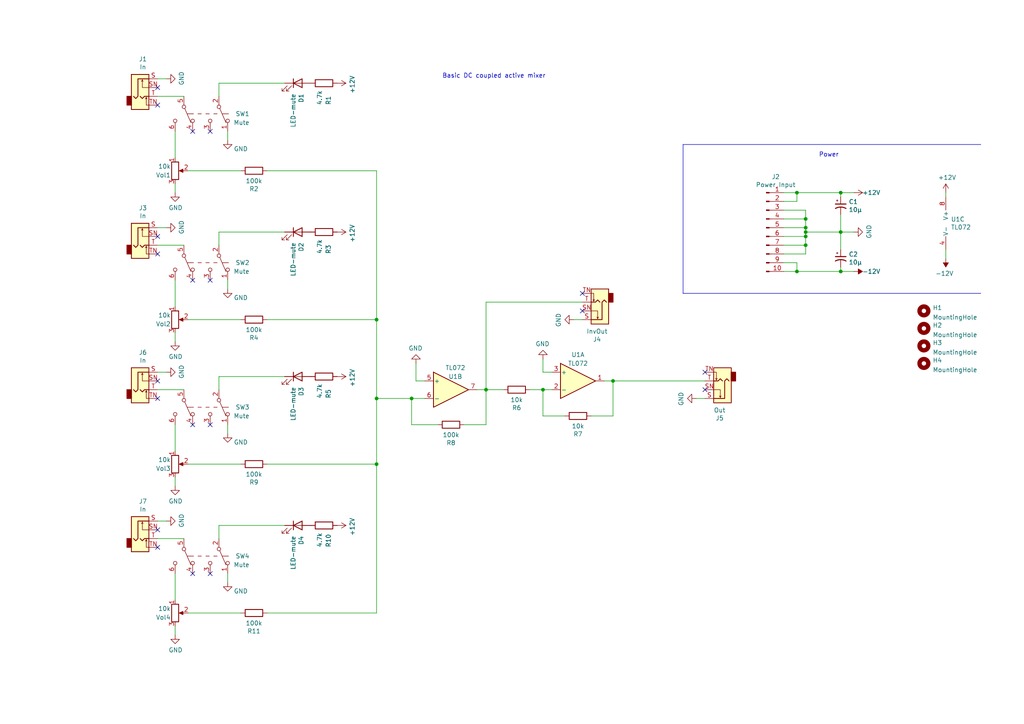
<source format=kicad_sch>
(kicad_sch (version 20230121) (generator eeschema)

  (uuid fea7c5d1-76d6-41a0-b5e3-29889dbb8ce0)

  (paper "A4")

  (lib_symbols
    (symbol "Amplifier_Operational:TL072" (pin_names (offset 0.127)) (in_bom yes) (on_board yes)
      (property "Reference" "U" (at 0 5.08 0)
        (effects (font (size 1.27 1.27)) (justify left))
      )
      (property "Value" "TL072" (at 0 -5.08 0)
        (effects (font (size 1.27 1.27)) (justify left))
      )
      (property "Footprint" "" (at 0 0 0)
        (effects (font (size 1.27 1.27)) hide)
      )
      (property "Datasheet" "http://www.ti.com/lit/ds/symlink/tl071.pdf" (at 0 0 0)
        (effects (font (size 1.27 1.27)) hide)
      )
      (property "ki_locked" "" (at 0 0 0)
        (effects (font (size 1.27 1.27)))
      )
      (property "ki_keywords" "dual opamp" (at 0 0 0)
        (effects (font (size 1.27 1.27)) hide)
      )
      (property "ki_description" "Dual Low-Noise JFET-Input Operational Amplifiers, DIP-8/SOIC-8" (at 0 0 0)
        (effects (font (size 1.27 1.27)) hide)
      )
      (property "ki_fp_filters" "SOIC*3.9x4.9mm*P1.27mm* DIP*W7.62mm* TO*99* OnSemi*Micro8* TSSOP*3x3mm*P0.65mm* TSSOP*4.4x3mm*P0.65mm* MSOP*3x3mm*P0.65mm* SSOP*3.9x4.9mm*P0.635mm* LFCSP*2x2mm*P0.5mm* *SIP* SOIC*5.3x6.2mm*P1.27mm*" (at 0 0 0)
        (effects (font (size 1.27 1.27)) hide)
      )
      (symbol "TL072_1_1"
        (polyline
          (pts
            (xy -5.08 5.08)
            (xy 5.08 0)
            (xy -5.08 -5.08)
            (xy -5.08 5.08)
          )
          (stroke (width 0.254) (type default))
          (fill (type background))
        )
        (pin output line (at 7.62 0 180) (length 2.54)
          (name "~" (effects (font (size 1.27 1.27))))
          (number "1" (effects (font (size 1.27 1.27))))
        )
        (pin input line (at -7.62 -2.54 0) (length 2.54)
          (name "-" (effects (font (size 1.27 1.27))))
          (number "2" (effects (font (size 1.27 1.27))))
        )
        (pin input line (at -7.62 2.54 0) (length 2.54)
          (name "+" (effects (font (size 1.27 1.27))))
          (number "3" (effects (font (size 1.27 1.27))))
        )
      )
      (symbol "TL072_2_1"
        (polyline
          (pts
            (xy -5.08 5.08)
            (xy 5.08 0)
            (xy -5.08 -5.08)
            (xy -5.08 5.08)
          )
          (stroke (width 0.254) (type default))
          (fill (type background))
        )
        (pin input line (at -7.62 2.54 0) (length 2.54)
          (name "+" (effects (font (size 1.27 1.27))))
          (number "5" (effects (font (size 1.27 1.27))))
        )
        (pin input line (at -7.62 -2.54 0) (length 2.54)
          (name "-" (effects (font (size 1.27 1.27))))
          (number "6" (effects (font (size 1.27 1.27))))
        )
        (pin output line (at 7.62 0 180) (length 2.54)
          (name "~" (effects (font (size 1.27 1.27))))
          (number "7" (effects (font (size 1.27 1.27))))
        )
      )
      (symbol "TL072_3_1"
        (pin power_in line (at -2.54 -7.62 90) (length 3.81)
          (name "V-" (effects (font (size 1.27 1.27))))
          (number "4" (effects (font (size 1.27 1.27))))
        )
        (pin power_in line (at -2.54 7.62 270) (length 3.81)
          (name "V+" (effects (font (size 1.27 1.27))))
          (number "8" (effects (font (size 1.27 1.27))))
        )
      )
    )
    (symbol "Connector:AudioJack2_Switch" (in_bom yes) (on_board yes)
      (property "Reference" "J" (at 0 11.43 0)
        (effects (font (size 1.27 1.27)))
      )
      (property "Value" "AudioJack2_Switch" (at 0 8.89 0)
        (effects (font (size 1.27 1.27)))
      )
      (property "Footprint" "" (at 0 5.08 0)
        (effects (font (size 1.27 1.27)) hide)
      )
      (property "Datasheet" "~" (at 0 5.08 0)
        (effects (font (size 1.27 1.27)) hide)
      )
      (property "ki_keywords" "audio jack receptacle mono headphones phone TS connector" (at 0 0 0)
        (effects (font (size 1.27 1.27)) hide)
      )
      (property "ki_description" "Audio Jack, 2 Poles (Mono / TS), Switched Pole (Normalling)" (at 0 0 0)
        (effects (font (size 1.27 1.27)) hide)
      )
      (property "ki_fp_filters" "Jack*" (at 0 0 0)
        (effects (font (size 1.27 1.27)) hide)
      )
      (symbol "AudioJack2_Switch_0_1"
        (rectangle (start -2.54 0) (end -3.81 -2.54)
          (stroke (width 0.254) (type default))
          (fill (type outline))
        )
        (rectangle (start 2.54 6.35) (end -2.54 -3.81)
          (stroke (width 0.254) (type default))
          (fill (type background))
        )
      )
      (symbol "AudioJack2_Switch_1_1"
        (polyline
          (pts
            (xy 0.635 4.826)
            (xy 0.889 4.318)
          )
          (stroke (width 0) (type default))
          (fill (type none))
        )
        (polyline
          (pts
            (xy 1.778 -0.254)
            (xy 2.032 -0.762)
          )
          (stroke (width 0) (type default))
          (fill (type none))
        )
        (polyline
          (pts
            (xy 0 0)
            (xy 0.635 -0.635)
            (xy 1.27 0)
            (xy 2.54 0)
          )
          (stroke (width 0.254) (type default))
          (fill (type none))
        )
        (polyline
          (pts
            (xy 2.54 -2.54)
            (xy 1.778 -2.54)
            (xy 1.778 -0.254)
            (xy 1.524 -0.762)
          )
          (stroke (width 0) (type default))
          (fill (type none))
        )
        (polyline
          (pts
            (xy 2.54 2.54)
            (xy 0.635 2.54)
            (xy 0.635 4.826)
            (xy 0.381 4.318)
          )
          (stroke (width 0) (type default))
          (fill (type none))
        )
        (polyline
          (pts
            (xy 2.54 5.08)
            (xy -0.635 5.08)
            (xy -0.635 0)
            (xy -1.27 -0.635)
            (xy -1.905 0)
          )
          (stroke (width 0.254) (type default))
          (fill (type none))
        )
        (pin passive line (at 5.08 5.08 180) (length 2.54)
          (name "~" (effects (font (size 1.27 1.27))))
          (number "S" (effects (font (size 1.27 1.27))))
        )
        (pin passive line (at 5.08 2.54 180) (length 2.54)
          (name "~" (effects (font (size 1.27 1.27))))
          (number "SN" (effects (font (size 1.27 1.27))))
        )
        (pin passive line (at 5.08 0 180) (length 2.54)
          (name "~" (effects (font (size 1.27 1.27))))
          (number "T" (effects (font (size 1.27 1.27))))
        )
        (pin passive line (at 5.08 -2.54 180) (length 2.54)
          (name "~" (effects (font (size 1.27 1.27))))
          (number "TN" (effects (font (size 1.27 1.27))))
        )
      )
    )
    (symbol "Connector:Conn_01x10_Male" (pin_names (offset 1.016) hide) (in_bom yes) (on_board yes)
      (property "Reference" "J" (at 0 12.7 0)
        (effects (font (size 1.27 1.27)))
      )
      (property "Value" "Conn_01x10_Male" (at 0 -15.24 0)
        (effects (font (size 1.27 1.27)))
      )
      (property "Footprint" "" (at 0 0 0)
        (effects (font (size 1.27 1.27)) hide)
      )
      (property "Datasheet" "~" (at 0 0 0)
        (effects (font (size 1.27 1.27)) hide)
      )
      (property "ki_keywords" "connector" (at 0 0 0)
        (effects (font (size 1.27 1.27)) hide)
      )
      (property "ki_description" "Generic connector, single row, 01x10, script generated (kicad-library-utils/schlib/autogen/connector/)" (at 0 0 0)
        (effects (font (size 1.27 1.27)) hide)
      )
      (property "ki_fp_filters" "Connector*:*_1x??_*" (at 0 0 0)
        (effects (font (size 1.27 1.27)) hide)
      )
      (symbol "Conn_01x10_Male_1_1"
        (polyline
          (pts
            (xy 1.27 -12.7)
            (xy 0.8636 -12.7)
          )
          (stroke (width 0.1524) (type default))
          (fill (type none))
        )
        (polyline
          (pts
            (xy 1.27 -10.16)
            (xy 0.8636 -10.16)
          )
          (stroke (width 0.1524) (type default))
          (fill (type none))
        )
        (polyline
          (pts
            (xy 1.27 -7.62)
            (xy 0.8636 -7.62)
          )
          (stroke (width 0.1524) (type default))
          (fill (type none))
        )
        (polyline
          (pts
            (xy 1.27 -5.08)
            (xy 0.8636 -5.08)
          )
          (stroke (width 0.1524) (type default))
          (fill (type none))
        )
        (polyline
          (pts
            (xy 1.27 -2.54)
            (xy 0.8636 -2.54)
          )
          (stroke (width 0.1524) (type default))
          (fill (type none))
        )
        (polyline
          (pts
            (xy 1.27 0)
            (xy 0.8636 0)
          )
          (stroke (width 0.1524) (type default))
          (fill (type none))
        )
        (polyline
          (pts
            (xy 1.27 2.54)
            (xy 0.8636 2.54)
          )
          (stroke (width 0.1524) (type default))
          (fill (type none))
        )
        (polyline
          (pts
            (xy 1.27 5.08)
            (xy 0.8636 5.08)
          )
          (stroke (width 0.1524) (type default))
          (fill (type none))
        )
        (polyline
          (pts
            (xy 1.27 7.62)
            (xy 0.8636 7.62)
          )
          (stroke (width 0.1524) (type default))
          (fill (type none))
        )
        (polyline
          (pts
            (xy 1.27 10.16)
            (xy 0.8636 10.16)
          )
          (stroke (width 0.1524) (type default))
          (fill (type none))
        )
        (rectangle (start 0.8636 -12.573) (end 0 -12.827)
          (stroke (width 0.1524) (type default))
          (fill (type outline))
        )
        (rectangle (start 0.8636 -10.033) (end 0 -10.287)
          (stroke (width 0.1524) (type default))
          (fill (type outline))
        )
        (rectangle (start 0.8636 -7.493) (end 0 -7.747)
          (stroke (width 0.1524) (type default))
          (fill (type outline))
        )
        (rectangle (start 0.8636 -4.953) (end 0 -5.207)
          (stroke (width 0.1524) (type default))
          (fill (type outline))
        )
        (rectangle (start 0.8636 -2.413) (end 0 -2.667)
          (stroke (width 0.1524) (type default))
          (fill (type outline))
        )
        (rectangle (start 0.8636 0.127) (end 0 -0.127)
          (stroke (width 0.1524) (type default))
          (fill (type outline))
        )
        (rectangle (start 0.8636 2.667) (end 0 2.413)
          (stroke (width 0.1524) (type default))
          (fill (type outline))
        )
        (rectangle (start 0.8636 5.207) (end 0 4.953)
          (stroke (width 0.1524) (type default))
          (fill (type outline))
        )
        (rectangle (start 0.8636 7.747) (end 0 7.493)
          (stroke (width 0.1524) (type default))
          (fill (type outline))
        )
        (rectangle (start 0.8636 10.287) (end 0 10.033)
          (stroke (width 0.1524) (type default))
          (fill (type outline))
        )
        (pin passive line (at 5.08 10.16 180) (length 3.81)
          (name "Pin_1" (effects (font (size 1.27 1.27))))
          (number "1" (effects (font (size 1.27 1.27))))
        )
        (pin passive line (at 5.08 -12.7 180) (length 3.81)
          (name "Pin_10" (effects (font (size 1.27 1.27))))
          (number "10" (effects (font (size 1.27 1.27))))
        )
        (pin passive line (at 5.08 7.62 180) (length 3.81)
          (name "Pin_2" (effects (font (size 1.27 1.27))))
          (number "2" (effects (font (size 1.27 1.27))))
        )
        (pin passive line (at 5.08 5.08 180) (length 3.81)
          (name "Pin_3" (effects (font (size 1.27 1.27))))
          (number "3" (effects (font (size 1.27 1.27))))
        )
        (pin passive line (at 5.08 2.54 180) (length 3.81)
          (name "Pin_4" (effects (font (size 1.27 1.27))))
          (number "4" (effects (font (size 1.27 1.27))))
        )
        (pin passive line (at 5.08 0 180) (length 3.81)
          (name "Pin_5" (effects (font (size 1.27 1.27))))
          (number "5" (effects (font (size 1.27 1.27))))
        )
        (pin passive line (at 5.08 -2.54 180) (length 3.81)
          (name "Pin_6" (effects (font (size 1.27 1.27))))
          (number "6" (effects (font (size 1.27 1.27))))
        )
        (pin passive line (at 5.08 -5.08 180) (length 3.81)
          (name "Pin_7" (effects (font (size 1.27 1.27))))
          (number "7" (effects (font (size 1.27 1.27))))
        )
        (pin passive line (at 5.08 -7.62 180) (length 3.81)
          (name "Pin_8" (effects (font (size 1.27 1.27))))
          (number "8" (effects (font (size 1.27 1.27))))
        )
        (pin passive line (at 5.08 -10.16 180) (length 3.81)
          (name "Pin_9" (effects (font (size 1.27 1.27))))
          (number "9" (effects (font (size 1.27 1.27))))
        )
      )
    )
    (symbol "Device:CP1_Small" (pin_numbers hide) (pin_names (offset 0.254) hide) (in_bom yes) (on_board yes)
      (property "Reference" "C" (at 0.254 1.778 0)
        (effects (font (size 1.27 1.27)) (justify left))
      )
      (property "Value" "Device_CP1_Small" (at 0.254 -2.032 0)
        (effects (font (size 1.27 1.27)) (justify left))
      )
      (property "Footprint" "" (at 0 0 0)
        (effects (font (size 1.27 1.27)) hide)
      )
      (property "Datasheet" "" (at 0 0 0)
        (effects (font (size 1.27 1.27)) hide)
      )
      (property "ki_fp_filters" "CP_*" (at 0 0 0)
        (effects (font (size 1.27 1.27)) hide)
      )
      (symbol "CP1_Small_0_1"
        (polyline
          (pts
            (xy -1.524 0.508)
            (xy 1.524 0.508)
          )
          (stroke (width 0.3048) (type default))
          (fill (type none))
        )
        (polyline
          (pts
            (xy -1.27 1.524)
            (xy -0.762 1.524)
          )
          (stroke (width 0) (type default))
          (fill (type none))
        )
        (polyline
          (pts
            (xy -1.016 1.27)
            (xy -1.016 1.778)
          )
          (stroke (width 0) (type default))
          (fill (type none))
        )
        (arc (start 1.524 -0.762) (mid 0 -0.3734) (end -1.524 -0.762)
          (stroke (width 0.3048) (type default))
          (fill (type none))
        )
      )
      (symbol "CP1_Small_1_1"
        (pin passive line (at 0 2.54 270) (length 2.032)
          (name "~" (effects (font (size 1.27 1.27))))
          (number "1" (effects (font (size 1.27 1.27))))
        )
        (pin passive line (at 0 -2.54 90) (length 2.032)
          (name "~" (effects (font (size 1.27 1.27))))
          (number "2" (effects (font (size 1.27 1.27))))
        )
      )
    )
    (symbol "Device:LED" (pin_numbers hide) (pin_names (offset 1.016) hide) (in_bom yes) (on_board yes)
      (property "Reference" "D" (at 0 2.54 0)
        (effects (font (size 1.27 1.27)))
      )
      (property "Value" "LED" (at 0 -2.54 0)
        (effects (font (size 1.27 1.27)))
      )
      (property "Footprint" "" (at 0 0 0)
        (effects (font (size 1.27 1.27)) hide)
      )
      (property "Datasheet" "~" (at 0 0 0)
        (effects (font (size 1.27 1.27)) hide)
      )
      (property "ki_keywords" "LED diode" (at 0 0 0)
        (effects (font (size 1.27 1.27)) hide)
      )
      (property "ki_description" "Light emitting diode" (at 0 0 0)
        (effects (font (size 1.27 1.27)) hide)
      )
      (property "ki_fp_filters" "LED* LED_SMD:* LED_THT:*" (at 0 0 0)
        (effects (font (size 1.27 1.27)) hide)
      )
      (symbol "LED_0_1"
        (polyline
          (pts
            (xy -1.27 -1.27)
            (xy -1.27 1.27)
          )
          (stroke (width 0.254) (type default))
          (fill (type none))
        )
        (polyline
          (pts
            (xy -1.27 0)
            (xy 1.27 0)
          )
          (stroke (width 0) (type default))
          (fill (type none))
        )
        (polyline
          (pts
            (xy 1.27 -1.27)
            (xy 1.27 1.27)
            (xy -1.27 0)
            (xy 1.27 -1.27)
          )
          (stroke (width 0.254) (type default))
          (fill (type none))
        )
        (polyline
          (pts
            (xy -3.048 -0.762)
            (xy -4.572 -2.286)
            (xy -3.81 -2.286)
            (xy -4.572 -2.286)
            (xy -4.572 -1.524)
          )
          (stroke (width 0) (type default))
          (fill (type none))
        )
        (polyline
          (pts
            (xy -1.778 -0.762)
            (xy -3.302 -2.286)
            (xy -2.54 -2.286)
            (xy -3.302 -2.286)
            (xy -3.302 -1.524)
          )
          (stroke (width 0) (type default))
          (fill (type none))
        )
      )
      (symbol "LED_1_1"
        (pin passive line (at -3.81 0 0) (length 2.54)
          (name "K" (effects (font (size 1.27 1.27))))
          (number "1" (effects (font (size 1.27 1.27))))
        )
        (pin passive line (at 3.81 0 180) (length 2.54)
          (name "A" (effects (font (size 1.27 1.27))))
          (number "2" (effects (font (size 1.27 1.27))))
        )
      )
    )
    (symbol "Device:R" (pin_numbers hide) (pin_names (offset 0)) (in_bom yes) (on_board yes)
      (property "Reference" "R" (at 2.032 0 90)
        (effects (font (size 1.27 1.27)))
      )
      (property "Value" "R" (at 0 0 90)
        (effects (font (size 1.27 1.27)))
      )
      (property "Footprint" "" (at -1.778 0 90)
        (effects (font (size 1.27 1.27)) hide)
      )
      (property "Datasheet" "~" (at 0 0 0)
        (effects (font (size 1.27 1.27)) hide)
      )
      (property "ki_keywords" "R res resistor" (at 0 0 0)
        (effects (font (size 1.27 1.27)) hide)
      )
      (property "ki_description" "Resistor" (at 0 0 0)
        (effects (font (size 1.27 1.27)) hide)
      )
      (property "ki_fp_filters" "R_*" (at 0 0 0)
        (effects (font (size 1.27 1.27)) hide)
      )
      (symbol "R_0_1"
        (rectangle (start -1.016 -2.54) (end 1.016 2.54)
          (stroke (width 0.254) (type default))
          (fill (type none))
        )
      )
      (symbol "R_1_1"
        (pin passive line (at 0 3.81 270) (length 1.27)
          (name "~" (effects (font (size 1.27 1.27))))
          (number "1" (effects (font (size 1.27 1.27))))
        )
        (pin passive line (at 0 -3.81 90) (length 1.27)
          (name "~" (effects (font (size 1.27 1.27))))
          (number "2" (effects (font (size 1.27 1.27))))
        )
      )
    )
    (symbol "Device:R_POT" (pin_names (offset 1.016) hide) (in_bom yes) (on_board yes)
      (property "Reference" "RV" (at -4.445 0 90)
        (effects (font (size 1.27 1.27)))
      )
      (property "Value" "Device_R_POT" (at -2.54 0 90)
        (effects (font (size 1.27 1.27)))
      )
      (property "Footprint" "" (at 0 0 0)
        (effects (font (size 1.27 1.27)) hide)
      )
      (property "Datasheet" "" (at 0 0 0)
        (effects (font (size 1.27 1.27)) hide)
      )
      (property "ki_fp_filters" "Potentiometer*" (at 0 0 0)
        (effects (font (size 1.27 1.27)) hide)
      )
      (symbol "R_POT_0_1"
        (polyline
          (pts
            (xy 2.54 0)
            (xy 1.524 0)
          )
          (stroke (width 0) (type default))
          (fill (type none))
        )
        (polyline
          (pts
            (xy 1.143 0)
            (xy 2.286 0.508)
            (xy 2.286 -0.508)
            (xy 1.143 0)
          )
          (stroke (width 0) (type default))
          (fill (type outline))
        )
        (rectangle (start 1.016 2.54) (end -1.016 -2.54)
          (stroke (width 0.254) (type default))
          (fill (type none))
        )
      )
      (symbol "R_POT_1_1"
        (pin passive line (at 0 3.81 270) (length 1.27)
          (name "1" (effects (font (size 1.27 1.27))))
          (number "1" (effects (font (size 1.27 1.27))))
        )
        (pin passive line (at 3.81 0 180) (length 1.27)
          (name "2" (effects (font (size 1.27 1.27))))
          (number "2" (effects (font (size 1.27 1.27))))
        )
        (pin passive line (at 0 -3.81 90) (length 1.27)
          (name "3" (effects (font (size 1.27 1.27))))
          (number "3" (effects (font (size 1.27 1.27))))
        )
      )
    )
    (symbol "Mechanical:MountingHole" (pin_names (offset 1.016)) (in_bom yes) (on_board yes)
      (property "Reference" "H" (at 0 5.08 0)
        (effects (font (size 1.27 1.27)))
      )
      (property "Value" "MountingHole" (at 0 3.175 0)
        (effects (font (size 1.27 1.27)))
      )
      (property "Footprint" "" (at 0 0 0)
        (effects (font (size 1.27 1.27)) hide)
      )
      (property "Datasheet" "~" (at 0 0 0)
        (effects (font (size 1.27 1.27)) hide)
      )
      (property "ki_keywords" "mounting hole" (at 0 0 0)
        (effects (font (size 1.27 1.27)) hide)
      )
      (property "ki_description" "Mounting Hole without connection" (at 0 0 0)
        (effects (font (size 1.27 1.27)) hide)
      )
      (property "ki_fp_filters" "MountingHole*" (at 0 0 0)
        (effects (font (size 1.27 1.27)) hide)
      )
      (symbol "MountingHole_0_1"
        (circle (center 0 0) (radius 1.27)
          (stroke (width 1.27) (type default))
          (fill (type none))
        )
      )
    )
    (symbol "Switch:SW_Push_DPDT" (pin_names (offset 0) hide) (in_bom yes) (on_board yes)
      (property "Reference" "SW" (at 0 8.89 0)
        (effects (font (size 1.27 1.27)))
      )
      (property "Value" "SW_Push_DPDT" (at 0 -10.16 0)
        (effects (font (size 1.27 1.27)))
      )
      (property "Footprint" "" (at 0 5.08 0)
        (effects (font (size 1.27 1.27)) hide)
      )
      (property "Datasheet" "~" (at 0 5.08 0)
        (effects (font (size 1.27 1.27)) hide)
      )
      (property "ki_keywords" "switch dual-pole double-throw spdt ON-ON" (at 0 0 0)
        (effects (font (size 1.27 1.27)) hide)
      )
      (property "ki_description" "Momentary Switch, dual pole double throw" (at 0 0 0)
        (effects (font (size 1.27 1.27)) hide)
      )
      (symbol "SW_Push_DPDT_0_0"
        (circle (center -2.032 -5.08) (radius 0.508)
          (stroke (width 0) (type default))
          (fill (type none))
        )
        (circle (center -2.032 5.08) (radius 0.508)
          (stroke (width 0) (type default))
          (fill (type none))
        )
        (circle (center 2.032 -7.62) (radius 0.508)
          (stroke (width 0) (type default))
          (fill (type none))
        )
        (circle (center 2.032 2.54) (radius 0.508)
          (stroke (width 0) (type default))
          (fill (type none))
        )
      )
      (symbol "SW_Push_DPDT_0_1"
        (polyline
          (pts
            (xy -1.524 -4.826)
            (xy 2.54 -3.048)
          )
          (stroke (width 0) (type default))
          (fill (type none))
        )
        (polyline
          (pts
            (xy -1.524 5.334)
            (xy 2.54 7.112)
          )
          (stroke (width 0) (type default))
          (fill (type none))
        )
        (polyline
          (pts
            (xy 0 -2.286)
            (xy 0 -4.064)
          )
          (stroke (width 0) (type default))
          (fill (type none))
        )
        (polyline
          (pts
            (xy 0 -1.016)
            (xy 0 0)
          )
          (stroke (width 0) (type default))
          (fill (type none))
        )
        (polyline
          (pts
            (xy 0 1.27)
            (xy 0 2.286)
          )
          (stroke (width 0) (type default))
          (fill (type none))
        )
        (polyline
          (pts
            (xy 0 3.556)
            (xy 0 4.572)
          )
          (stroke (width 0) (type default))
          (fill (type none))
        )
        (polyline
          (pts
            (xy 0 7.874)
            (xy 0 6.096)
          )
          (stroke (width 0) (type default))
          (fill (type none))
        )
        (circle (center 2.032 -2.54) (radius 0.508)
          (stroke (width 0) (type default))
          (fill (type none))
        )
        (circle (center 2.032 7.62) (radius 0.508)
          (stroke (width 0) (type default))
          (fill (type none))
        )
      )
      (symbol "SW_Push_DPDT_1_1"
        (pin passive line (at 5.08 7.62 180) (length 2.54)
          (name "A" (effects (font (size 1.27 1.27))))
          (number "1" (effects (font (size 1.27 1.27))))
        )
        (pin passive line (at -5.08 5.08 0) (length 2.54)
          (name "B" (effects (font (size 1.27 1.27))))
          (number "2" (effects (font (size 1.27 1.27))))
        )
        (pin passive line (at 5.08 2.54 180) (length 2.54)
          (name "C" (effects (font (size 1.27 1.27))))
          (number "3" (effects (font (size 1.27 1.27))))
        )
        (pin passive line (at 5.08 -2.54 180) (length 2.54)
          (name "A" (effects (font (size 1.27 1.27))))
          (number "4" (effects (font (size 1.27 1.27))))
        )
        (pin passive line (at -5.08 -5.08 0) (length 2.54)
          (name "B" (effects (font (size 1.27 1.27))))
          (number "5" (effects (font (size 1.27 1.27))))
        )
        (pin passive line (at 5.08 -7.62 180) (length 2.54)
          (name "C" (effects (font (size 1.27 1.27))))
          (number "6" (effects (font (size 1.27 1.27))))
        )
      )
    )
    (symbol "power:+12V" (power) (pin_names (offset 0)) (in_bom yes) (on_board yes)
      (property "Reference" "#PWR" (at 0 -3.81 0)
        (effects (font (size 1.27 1.27)) hide)
      )
      (property "Value" "+12V" (at 0 3.556 0)
        (effects (font (size 1.27 1.27)))
      )
      (property "Footprint" "" (at 0 0 0)
        (effects (font (size 1.27 1.27)) hide)
      )
      (property "Datasheet" "" (at 0 0 0)
        (effects (font (size 1.27 1.27)) hide)
      )
      (property "ki_keywords" "power-flag" (at 0 0 0)
        (effects (font (size 1.27 1.27)) hide)
      )
      (property "ki_description" "Power symbol creates a global label with name \"+12V\"" (at 0 0 0)
        (effects (font (size 1.27 1.27)) hide)
      )
      (symbol "+12V_0_1"
        (polyline
          (pts
            (xy -0.762 1.27)
            (xy 0 2.54)
          )
          (stroke (width 0) (type default))
          (fill (type none))
        )
        (polyline
          (pts
            (xy 0 0)
            (xy 0 2.54)
          )
          (stroke (width 0) (type default))
          (fill (type none))
        )
        (polyline
          (pts
            (xy 0 2.54)
            (xy 0.762 1.27)
          )
          (stroke (width 0) (type default))
          (fill (type none))
        )
      )
      (symbol "+12V_1_1"
        (pin power_in line (at 0 0 90) (length 0) hide
          (name "+12V" (effects (font (size 1.27 1.27))))
          (number "1" (effects (font (size 1.27 1.27))))
        )
      )
    )
    (symbol "power:-12V" (power) (pin_names (offset 0)) (in_bom yes) (on_board yes)
      (property "Reference" "#PWR" (at 0 2.54 0)
        (effects (font (size 1.27 1.27)) hide)
      )
      (property "Value" "-12V" (at 0 3.81 0)
        (effects (font (size 1.27 1.27)))
      )
      (property "Footprint" "" (at 0 0 0)
        (effects (font (size 1.27 1.27)) hide)
      )
      (property "Datasheet" "" (at 0 0 0)
        (effects (font (size 1.27 1.27)) hide)
      )
      (property "ki_keywords" "power-flag" (at 0 0 0)
        (effects (font (size 1.27 1.27)) hide)
      )
      (property "ki_description" "Power symbol creates a global label with name \"-12V\"" (at 0 0 0)
        (effects (font (size 1.27 1.27)) hide)
      )
      (symbol "-12V_0_0"
        (pin power_in line (at 0 0 90) (length 0) hide
          (name "-12V" (effects (font (size 1.27 1.27))))
          (number "1" (effects (font (size 1.27 1.27))))
        )
      )
      (symbol "-12V_0_1"
        (polyline
          (pts
            (xy 0 0)
            (xy 0 1.27)
            (xy 0.762 1.27)
            (xy 0 2.54)
            (xy -0.762 1.27)
            (xy 0 1.27)
          )
          (stroke (width 0) (type default))
          (fill (type outline))
        )
      )
    )
    (symbol "power:GND" (power) (pin_names (offset 0)) (in_bom yes) (on_board yes)
      (property "Reference" "#PWR" (at 0 -6.35 0)
        (effects (font (size 1.27 1.27)) hide)
      )
      (property "Value" "GND" (at 0 -3.81 0)
        (effects (font (size 1.27 1.27)))
      )
      (property "Footprint" "" (at 0 0 0)
        (effects (font (size 1.27 1.27)) hide)
      )
      (property "Datasheet" "" (at 0 0 0)
        (effects (font (size 1.27 1.27)) hide)
      )
      (property "ki_keywords" "power-flag" (at 0 0 0)
        (effects (font (size 1.27 1.27)) hide)
      )
      (property "ki_description" "Power symbol creates a global label with name \"GND\" , ground" (at 0 0 0)
        (effects (font (size 1.27 1.27)) hide)
      )
      (symbol "GND_0_1"
        (polyline
          (pts
            (xy 0 0)
            (xy 0 -1.27)
            (xy 1.27 -1.27)
            (xy 0 -2.54)
            (xy -1.27 -1.27)
            (xy 0 -1.27)
          )
          (stroke (width 0) (type default))
          (fill (type none))
        )
      )
      (symbol "GND_1_1"
        (pin power_in line (at 0 0 270) (length 0) hide
          (name "GND" (effects (font (size 1.27 1.27))))
          (number "1" (effects (font (size 1.27 1.27))))
        )
      )
    )
  )

  (junction (at 109.22 92.71) (diameter 0) (color 0 0 0 0)
    (uuid 1d7253f6-1b0d-4096-9ae1-1a4aea72b6c6)
  )
  (junction (at 233.68 68.58) (diameter 0) (color 0 0 0 0)
    (uuid 22962957-1efd-404d-83db-5b233b6c15b0)
  )
  (junction (at 177.8 110.49) (diameter 0) (color 0 0 0 0)
    (uuid 34ef38a9-d9f3-4dc2-b13b-4908283be781)
  )
  (junction (at 157.48 113.03) (diameter 0) (color 0 0 0 0)
    (uuid 408704ba-7f6e-43c2-99ca-b01ecd50e922)
  )
  (junction (at 109.22 134.62) (diameter 0) (color 0 0 0 0)
    (uuid 4948bd15-352c-4a9b-a84b-9bdb83020730)
  )
  (junction (at 243.84 78.74) (diameter 0) (color 0 0 0 0)
    (uuid 4bbde53d-6894-4e18-9480-84a6a26d5f6b)
  )
  (junction (at 233.68 67.31) (diameter 0) (color 0 0 0 0)
    (uuid 4ed87b38-9e9b-4420-804e-40a9cdd91ba4)
  )
  (junction (at 233.68 71.12) (diameter 0) (color 0 0 0 0)
    (uuid 88606262-3ac5-44a1-aacc-18b26cf4d396)
  )
  (junction (at 140.97 113.03) (diameter 0) (color 0 0 0 0)
    (uuid 8b41d456-c38e-4369-92f5-170a3bf8bd47)
  )
  (junction (at 109.22 115.57) (diameter 0) (color 0 0 0 0)
    (uuid 8e7293dd-751e-485a-9479-d907bbb75683)
  )
  (junction (at 231.14 55.88) (diameter 0) (color 0 0 0 0)
    (uuid 9112ddd5-10d5-48b8-954f-f1d5adcacbd9)
  )
  (junction (at 233.68 66.04) (diameter 0) (color 0 0 0 0)
    (uuid 91fc5800-6029-46b1-848d-ca0091f97267)
  )
  (junction (at 119.38 115.57) (diameter 0) (color 0 0 0 0)
    (uuid ae4bd04a-aab7-4ff5-84ab-b23ad6394166)
  )
  (junction (at 233.68 63.5) (diameter 0) (color 0 0 0 0)
    (uuid bd085057-7c0e-463a-982b-968a2dc1f0f8)
  )
  (junction (at 243.84 67.31) (diameter 0) (color 0 0 0 0)
    (uuid c210293b-1d7a-4e96-92e9-058784106727)
  )
  (junction (at 243.84 55.88) (diameter 0) (color 0 0 0 0)
    (uuid c3d5daf8-d359-42b2-a7c2-0d080ba7e212)
  )
  (junction (at 231.14 78.74) (diameter 0) (color 0 0 0 0)
    (uuid e11ae5a5-aa10-4f10-b346-f16e33c7899a)
  )

  (no_connect (at 45.72 110.49) (uuid 069e64ac-450c-4525-840e-e63d41cecb16))
  (no_connect (at 204.47 113.03) (uuid 2be1b18f-e20d-4001-be7a-a146831ecfe3))
  (no_connect (at 60.96 123.19) (uuid 31fd86b2-72a1-4963-bc54-73cfcdc02a63))
  (no_connect (at 45.72 115.57) (uuid 3b041f58-26fa-4384-b1a2-30cbddf47232))
  (no_connect (at 55.88 123.19) (uuid 48e6fb3c-44b2-4e1c-8c0e-44ab5d003cf6))
  (no_connect (at 55.88 81.28) (uuid 539dcab5-45a7-4ad3-80a0-5dc49dcb6654))
  (no_connect (at 55.88 166.37) (uuid 7cbdf8e6-bce4-45f4-8fc2-538d8943aa72))
  (no_connect (at 45.72 30.48) (uuid 83184391-76ed-44f0-8cd0-01f89f157bdb))
  (no_connect (at 204.47 107.95) (uuid 9001f189-8c58-44a8-9c2d-51f23ce7a1a5))
  (no_connect (at 45.72 25.4) (uuid 966ee9ec-860e-45bb-af89-30bda72b2032))
  (no_connect (at 45.72 68.58) (uuid a2e3b69e-31bc-47e5-9f3b-23aa2c4ab7e6))
  (no_connect (at 168.91 85.09) (uuid b92af3c4-b5ac-4190-afd2-03930d9c7909))
  (no_connect (at 60.96 81.28) (uuid bb9109bb-222d-492c-8230-670100a635de))
  (no_connect (at 45.72 73.66) (uuid d87e04d3-be0e-4822-872d-51ffa6a3007b))
  (no_connect (at 60.96 166.37) (uuid f334e5e1-d3ab-4703-81ef-a0687bd65537))
  (no_connect (at 45.72 158.75) (uuid f527bd02-84f5-49ab-a963-ebaf14a1cab5))
  (no_connect (at 168.91 90.17) (uuid f5cfccc3-db99-46dc-8940-89725fdc4aab))
  (no_connect (at 45.72 153.67) (uuid f766ae17-a7ec-427a-8c13-e3ca314a6cb3))
  (no_connect (at 60.96 38.1) (uuid fc7c3535-d786-4a05-a85f-84c428afba0a))
  (no_connect (at 55.88 38.1) (uuid fc7c3535-d786-4a05-a85f-84c428afba0b))

  (wire (pts (xy 171.45 120.65) (xy 177.8 120.65))
    (stroke (width 0) (type default))
    (uuid 01369200-16a2-4645-add7-785b90408705)
  )
  (wire (pts (xy 204.47 115.57) (xy 201.93 115.57))
    (stroke (width 0) (type default))
    (uuid 0172faca-859e-4d31-986e-fa9257ed654f)
  )
  (wire (pts (xy 140.97 113.03) (xy 140.97 123.19))
    (stroke (width 0) (type default))
    (uuid 049bc158-8582-4c62-983a-22b337a8bca9)
  )
  (wire (pts (xy 233.68 71.12) (xy 233.68 68.58))
    (stroke (width 0) (type default))
    (uuid 0554bea0-89b2-4e25-9ea3-4c73921c94cb)
  )
  (wire (pts (xy 160.02 107.95) (xy 157.48 107.95))
    (stroke (width 0) (type default))
    (uuid 06035334-6354-43ee-bcae-b355f7ceedb5)
  )
  (wire (pts (xy 119.38 115.57) (xy 123.19 115.57))
    (stroke (width 0) (type default))
    (uuid 0bfbb0ef-3b2a-4a88-b7c8-31a8f2800387)
  )
  (wire (pts (xy 109.22 49.53) (xy 109.22 92.71))
    (stroke (width 0) (type default))
    (uuid 0f012c22-b952-421e-9068-030f3bd702f3)
  )
  (wire (pts (xy 243.84 77.47) (xy 243.84 78.74))
    (stroke (width 0) (type default))
    (uuid 13ac70df-e9b9-44e5-96e6-20f0b0dc6a3a)
  )
  (wire (pts (xy 63.5 24.13) (xy 82.55 24.13))
    (stroke (width 0) (type default))
    (uuid 13dd6a7c-b7f8-419d-aceb-0e530235ac1b)
  )
  (wire (pts (xy 50.8 99.06) (xy 50.8 96.52))
    (stroke (width 0) (type default))
    (uuid 14c00dc6-16e9-49d0-9695-77e0e13caf92)
  )
  (wire (pts (xy 50.8 166.37) (xy 50.8 173.99))
    (stroke (width 0) (type default))
    (uuid 1f099bf6-c327-4ff0-95e9-2b61fb34f8e6)
  )
  (wire (pts (xy 45.72 71.12) (xy 53.34 71.12))
    (stroke (width 0) (type default))
    (uuid 1f2b5079-5a5c-458c-98a1-eed1030a1e23)
  )
  (wire (pts (xy 243.84 78.74) (xy 247.65 78.74))
    (stroke (width 0) (type default))
    (uuid 24adc223-60f0-4497-98a3-d664c5a13280)
  )
  (wire (pts (xy 54.61 177.8) (xy 69.85 177.8))
    (stroke (width 0) (type default))
    (uuid 26d92b4d-787e-47bf-be5d-f80cd0bac066)
  )
  (wire (pts (xy 227.33 60.96) (xy 233.68 60.96))
    (stroke (width 0) (type default))
    (uuid 275b6416-db29-42cc-9307-bf426917c3b4)
  )
  (wire (pts (xy 243.84 62.23) (xy 243.84 67.31))
    (stroke (width 0) (type default))
    (uuid 278a91dc-d57d-4a5c-a045-34b6bd84131f)
  )
  (wire (pts (xy 227.33 58.42) (xy 231.14 58.42))
    (stroke (width 0) (type default))
    (uuid 29cbb0bc-f66b-4d11-80e7-5bb270e42496)
  )
  (wire (pts (xy 233.68 67.31) (xy 243.84 67.31))
    (stroke (width 0) (type default))
    (uuid 2a884d99-a002-4dd3-ae3f-3d906678d5d9)
  )
  (wire (pts (xy 157.48 107.95) (xy 157.48 104.14))
    (stroke (width 0) (type default))
    (uuid 3270f410-7df9-4296-b1fe-cbe0adc212a3)
  )
  (wire (pts (xy 227.33 76.2) (xy 231.14 76.2))
    (stroke (width 0) (type default))
    (uuid 355ced6c-c08a-4586-9a09-7a9c624536f6)
  )
  (wire (pts (xy 157.48 113.03) (xy 157.48 120.65))
    (stroke (width 0) (type default))
    (uuid 383c97f5-7340-4476-aeeb-c7d7f7a3fc61)
  )
  (wire (pts (xy 177.8 110.49) (xy 175.26 110.49))
    (stroke (width 0) (type default))
    (uuid 3924a6a3-c85b-4a37-aa4b-7fa30c7e5ada)
  )
  (wire (pts (xy 233.68 60.96) (xy 233.68 63.5))
    (stroke (width 0) (type default))
    (uuid 3c22d605-7855-4cc6-8ad2-906cadbd02dc)
  )
  (wire (pts (xy 140.97 123.19) (xy 134.62 123.19))
    (stroke (width 0) (type default))
    (uuid 3ce830a0-be69-4419-9b05-a16239f363d9)
  )
  (wire (pts (xy 227.33 63.5) (xy 233.68 63.5))
    (stroke (width 0) (type default))
    (uuid 4086cbd7-6ba7-4e63-8da9-17e60627ee17)
  )
  (wire (pts (xy 157.48 113.03) (xy 160.02 113.03))
    (stroke (width 0) (type default))
    (uuid 45974a86-f584-44b3-ac62-c86b6e749e05)
  )
  (wire (pts (xy 50.8 140.97) (xy 50.8 138.43))
    (stroke (width 0) (type default))
    (uuid 4597ea70-024c-4aa3-802a-ffc9658ca9d5)
  )
  (wire (pts (xy 109.22 115.57) (xy 119.38 115.57))
    (stroke (width 0) (type default))
    (uuid 46027fca-cd23-432d-b16d-9a4d8a469440)
  )
  (wire (pts (xy 233.68 68.58) (xy 233.68 67.31))
    (stroke (width 0) (type default))
    (uuid 465137b4-f6f7-4d51-9b40-b161947d5cc1)
  )
  (wire (pts (xy 140.97 87.63) (xy 168.91 87.63))
    (stroke (width 0) (type default))
    (uuid 4e027678-d2e9-4fd5-992c-9d269da2a447)
  )
  (polyline (pts (xy 198.12 85.09) (xy 198.12 41.91))
    (stroke (width 0) (type default))
    (uuid 506c98b9-586f-4180-9136-68226022c2ca)
  )

  (wire (pts (xy 274.32 72.39) (xy 274.32 74.93))
    (stroke (width 0) (type default))
    (uuid 5e4dd108-9d57-4935-8eb6-ac1232bf14ed)
  )
  (wire (pts (xy 66.04 38.1) (xy 66.04 40.64))
    (stroke (width 0) (type default))
    (uuid 5f362ecc-105b-4dd9-b637-8924d0618097)
  )
  (wire (pts (xy 243.84 55.88) (xy 247.65 55.88))
    (stroke (width 0) (type default))
    (uuid 631c7be5-8dc2-4df4-ab73-737bb928e763)
  )
  (wire (pts (xy 140.97 113.03) (xy 146.05 113.03))
    (stroke (width 0) (type default))
    (uuid 64a56df0-3b4d-4e05-a016-9a712a94027d)
  )
  (wire (pts (xy 177.8 110.49) (xy 204.47 110.49))
    (stroke (width 0) (type default))
    (uuid 6508ca67-7c97-4c3b-a7ef-bad91fadf457)
  )
  (wire (pts (xy 66.04 81.28) (xy 66.04 83.82))
    (stroke (width 0) (type default))
    (uuid 66a9620c-9dc1-4e97-9eee-5401b100f88b)
  )
  (wire (pts (xy 168.91 92.71) (xy 166.37 92.71))
    (stroke (width 0) (type default))
    (uuid 66efb42b-a7a3-4aac-a1d3-5efc2f2678a8)
  )
  (wire (pts (xy 45.72 27.94) (xy 53.34 27.94))
    (stroke (width 0) (type default))
    (uuid 67adaf78-0dbb-4786-bd17-253c95d51f26)
  )
  (wire (pts (xy 227.33 78.74) (xy 231.14 78.74))
    (stroke (width 0) (type default))
    (uuid 6a0919c2-460c-4229-b872-14e318e1ba8b)
  )
  (wire (pts (xy 54.61 49.53) (xy 69.85 49.53))
    (stroke (width 0) (type default))
    (uuid 6bcace08-97c1-4df8-a602-f87de0a98df1)
  )
  (wire (pts (xy 120.65 105.41) (xy 120.65 110.49))
    (stroke (width 0) (type default))
    (uuid 6bcdece4-abca-45fc-8e0c-51a37107243d)
  )
  (wire (pts (xy 243.84 57.15) (xy 243.84 55.88))
    (stroke (width 0) (type default))
    (uuid 6d2a06fb-0b1e-452a-ab38-11a5f45e1b32)
  )
  (wire (pts (xy 233.68 67.31) (xy 233.68 66.04))
    (stroke (width 0) (type default))
    (uuid 7653b29e-98b7-4812-b4b9-2f583d339521)
  )
  (wire (pts (xy 109.22 134.62) (xy 109.22 177.8))
    (stroke (width 0) (type default))
    (uuid 78d21d1c-c423-49e6-936e-6d8c22aa734c)
  )
  (wire (pts (xy 66.04 166.37) (xy 66.04 168.91))
    (stroke (width 0) (type default))
    (uuid 7bb00923-bafe-47bd-b630-a1f534373751)
  )
  (wire (pts (xy 138.43 113.03) (xy 140.97 113.03))
    (stroke (width 0) (type default))
    (uuid 7f46a845-429a-4299-9716-2f2a4784470e)
  )
  (wire (pts (xy 63.5 109.22) (xy 63.5 113.03))
    (stroke (width 0) (type default))
    (uuid 82bf02e3-2d53-4ee7-9d7f-2b70dd37f100)
  )
  (wire (pts (xy 153.67 113.03) (xy 157.48 113.03))
    (stroke (width 0) (type default))
    (uuid 88b769a1-6db8-41e7-b20b-7b953599469b)
  )
  (wire (pts (xy 63.5 152.4) (xy 82.55 152.4))
    (stroke (width 0) (type default))
    (uuid 893a058f-9f20-4f21-8ae1-c564fc6f42e9)
  )
  (wire (pts (xy 233.68 73.66) (xy 233.68 71.12))
    (stroke (width 0) (type default))
    (uuid 8eb98c56-17e4-4de6-a3e3-06dcfa392040)
  )
  (wire (pts (xy 243.84 67.31) (xy 247.65 67.31))
    (stroke (width 0) (type default))
    (uuid 929a9b03-e99e-4b88-8e16-759f8c6b59a5)
  )
  (polyline (pts (xy 198.12 41.91) (xy 284.48 41.91))
    (stroke (width 0) (type default))
    (uuid 93bd30ea-6c1f-4eae-809d-728c4a539007)
  )

  (wire (pts (xy 140.97 87.63) (xy 140.97 113.03))
    (stroke (width 0) (type default))
    (uuid 95606c1d-0ac4-4820-8496-aaf08e6c0422)
  )
  (wire (pts (xy 157.48 120.65) (xy 163.83 120.65))
    (stroke (width 0) (type default))
    (uuid 979eee32-add8-4b13-bb86-1ac941391b6d)
  )
  (wire (pts (xy 274.32 55.88) (xy 274.32 57.15))
    (stroke (width 0) (type default))
    (uuid 99ac602d-bbcc-415a-9345-73fad8f477de)
  )
  (wire (pts (xy 127 123.19) (xy 119.38 123.19))
    (stroke (width 0) (type default))
    (uuid a0412cbb-43fc-4589-aec1-c63d8517b081)
  )
  (wire (pts (xy 50.8 123.19) (xy 50.8 130.81))
    (stroke (width 0) (type default))
    (uuid a0568f31-16f4-42fe-89c3-16cab76869d9)
  )
  (wire (pts (xy 109.22 115.57) (xy 109.22 134.62))
    (stroke (width 0) (type default))
    (uuid a47ab9ef-1cc4-4fdf-a791-b8efbba9841a)
  )
  (wire (pts (xy 177.8 120.65) (xy 177.8 110.49))
    (stroke (width 0) (type default))
    (uuid a49b5d49-312d-406b-9592-de358f7ea07f)
  )
  (wire (pts (xy 45.72 151.13) (xy 48.26 151.13))
    (stroke (width 0) (type default))
    (uuid a4a5bbde-fb5a-4d6a-b0cd-ee5c15038ca6)
  )
  (wire (pts (xy 45.72 156.21) (xy 53.34 156.21))
    (stroke (width 0) (type default))
    (uuid a5db5ec9-1554-44b1-bdc6-98b67ccb9571)
  )
  (wire (pts (xy 54.61 92.71) (xy 69.85 92.71))
    (stroke (width 0) (type default))
    (uuid a8b1054a-1b51-4fb4-8296-1bd3c5c60edc)
  )
  (wire (pts (xy 50.8 38.1) (xy 50.8 45.72))
    (stroke (width 0) (type default))
    (uuid adefe7d5-410d-4e94-8b66-bee3a69b4afe)
  )
  (wire (pts (xy 119.38 123.19) (xy 119.38 115.57))
    (stroke (width 0) (type default))
    (uuid ae35ac1f-0bf2-4718-bb46-0955549b1411)
  )
  (wire (pts (xy 66.04 123.19) (xy 66.04 125.73))
    (stroke (width 0) (type default))
    (uuid b05467f8-d3f9-4a8d-bc76-497746d50011)
  )
  (wire (pts (xy 243.84 67.31) (xy 243.84 72.39))
    (stroke (width 0) (type default))
    (uuid b21299b9-3c4d-43df-b399-7f9b08eb5470)
  )
  (wire (pts (xy 123.19 110.49) (xy 120.65 110.49))
    (stroke (width 0) (type default))
    (uuid b3f0e001-7ab1-4134-a6bb-b494d21a5da1)
  )
  (wire (pts (xy 63.5 109.22) (xy 82.55 109.22))
    (stroke (width 0) (type default))
    (uuid bafc461f-bbc8-41c9-8090-1ee94f3f598a)
  )
  (wire (pts (xy 233.68 63.5) (xy 233.68 66.04))
    (stroke (width 0) (type default))
    (uuid bb8162f0-99c8-4884-be5b-c0d0c7e81ff6)
  )
  (wire (pts (xy 45.72 107.95) (xy 48.26 107.95))
    (stroke (width 0) (type default))
    (uuid bb9a8357-379f-40e9-8dc4-ae3af7f675f4)
  )
  (wire (pts (xy 77.47 134.62) (xy 109.22 134.62))
    (stroke (width 0) (type default))
    (uuid bcb12b04-5e2d-4413-82e6-3c999f416d77)
  )
  (wire (pts (xy 231.14 76.2) (xy 231.14 78.74))
    (stroke (width 0) (type default))
    (uuid c2dd13db-24b6-40f1-b75b-b9ab893d92ea)
  )
  (wire (pts (xy 231.14 58.42) (xy 231.14 55.88))
    (stroke (width 0) (type default))
    (uuid c401e9c6-1deb-4979-99be-7c801c952098)
  )
  (wire (pts (xy 63.5 67.31) (xy 82.55 67.31))
    (stroke (width 0) (type default))
    (uuid c43d2eee-c320-4609-a5b6-85e7c92d3034)
  )
  (wire (pts (xy 50.8 184.15) (xy 50.8 181.61))
    (stroke (width 0) (type default))
    (uuid c640605f-16cd-4238-afc5-cee63fce2fa4)
  )
  (wire (pts (xy 227.33 73.66) (xy 233.68 73.66))
    (stroke (width 0) (type default))
    (uuid c66a19ed-90c0-4502-ae75-6a4c4ab9f297)
  )
  (polyline (pts (xy 284.48 85.09) (xy 198.12 85.09))
    (stroke (width 0) (type default))
    (uuid c73ef6b2-d394-4d7e-8f0e-f9895d93d96a)
  )

  (wire (pts (xy 227.33 71.12) (xy 233.68 71.12))
    (stroke (width 0) (type default))
    (uuid cd1cff81-9d8a-4511-96d6-4ddb79484001)
  )
  (wire (pts (xy 109.22 92.71) (xy 109.22 115.57))
    (stroke (width 0) (type default))
    (uuid d06eb79f-2d25-40e9-a1c2-60048dc1db23)
  )
  (wire (pts (xy 227.33 55.88) (xy 231.14 55.88))
    (stroke (width 0) (type default))
    (uuid d1c19c11-0a13-4237-b6b4-fb2ef1db7c6d)
  )
  (wire (pts (xy 233.68 66.04) (xy 227.33 66.04))
    (stroke (width 0) (type default))
    (uuid d1cd5391-31d2-459f-8adb-4ae3f304a833)
  )
  (wire (pts (xy 231.14 55.88) (xy 243.84 55.88))
    (stroke (width 0) (type default))
    (uuid d3dd7cdb-b730-487d-804d-99150ba318ef)
  )
  (wire (pts (xy 45.72 113.03) (xy 53.34 113.03))
    (stroke (width 0) (type default))
    (uuid d6b56be4-5209-4f44-9005-d465763079a4)
  )
  (wire (pts (xy 227.33 68.58) (xy 233.68 68.58))
    (stroke (width 0) (type default))
    (uuid d8200a86-aa75-47a3-ad2a-7f4c9c999a6f)
  )
  (wire (pts (xy 54.61 134.62) (xy 69.85 134.62))
    (stroke (width 0) (type default))
    (uuid d88dbcdd-3ea2-44da-8148-4b98a8fad6b9)
  )
  (wire (pts (xy 77.47 92.71) (xy 109.22 92.71))
    (stroke (width 0) (type default))
    (uuid dad66f85-7eb3-4649-b630-5a4400524d0e)
  )
  (wire (pts (xy 45.72 22.86) (xy 48.26 22.86))
    (stroke (width 0) (type default))
    (uuid db6412d3-e6c3-4bdd-abf4-a8f55d56df31)
  )
  (wire (pts (xy 63.5 67.31) (xy 63.5 71.12))
    (stroke (width 0) (type default))
    (uuid dc39fdbf-7b11-4455-90b3-319341afee83)
  )
  (wire (pts (xy 45.72 66.04) (xy 48.26 66.04))
    (stroke (width 0) (type default))
    (uuid eb5145b4-b07c-46e9-abf0-a55a18f8f880)
  )
  (wire (pts (xy 50.8 55.88) (xy 50.8 53.34))
    (stroke (width 0) (type default))
    (uuid ed938ea6-ee82-4a0f-81d3-61bde0e194c6)
  )
  (wire (pts (xy 63.5 152.4) (xy 63.5 156.21))
    (stroke (width 0) (type default))
    (uuid f02cff1d-2a60-44f6-94a7-8b0edac03cc5)
  )
  (wire (pts (xy 77.47 49.53) (xy 109.22 49.53))
    (stroke (width 0) (type default))
    (uuid f03bcc89-1539-47cd-a3be-4f1c20c7fdcb)
  )
  (wire (pts (xy 50.8 81.28) (xy 50.8 88.9))
    (stroke (width 0) (type default))
    (uuid f318d741-a166-4200-9df8-bacbcdae83b1)
  )
  (wire (pts (xy 109.22 177.8) (xy 77.47 177.8))
    (stroke (width 0) (type default))
    (uuid fae72f90-f9d1-48c9-a556-eea25b5b3f17)
  )
  (wire (pts (xy 231.14 78.74) (xy 243.84 78.74))
    (stroke (width 0) (type default))
    (uuid fb0b1440-18be-4b5f-b469-b4cfaf66fc53)
  )
  (wire (pts (xy 63.5 24.13) (xy 63.5 27.94))
    (stroke (width 0) (type default))
    (uuid fff2da86-7fb8-43bf-92ff-e08849146fba)
  )

  (text "Power" (at 237.49 45.72 0)
    (effects (font (size 1.27 1.27)) (justify left bottom))
    (uuid 78703099-f2b8-4f56-a3e3-610056399d4c)
  )
  (text "Basic DC coupled active mixer" (at 128.27 22.86 0)
    (effects (font (size 1.27 1.27)) (justify left bottom))
    (uuid 9031bb33-c6aa-4758-bf5c-3274ed3ebab7)
  )

  (symbol (lib_id "Amplifier_Operational:TL072") (at 167.64 110.49 0) (unit 1)
    (in_bom yes) (on_board yes) (dnp no)
    (uuid 00000000-0000-0000-0000-000060300eb3)
    (property "Reference" "U1" (at 167.64 102.87 0)
      (effects (font (size 1.27 1.27)))
    )
    (property "Value" "TL072" (at 167.64 105.41 0)
      (effects (font (size 1.27 1.27)))
    )
    (property "Footprint" "Package_DIP:DIP-8_W7.62mm_Socket" (at 167.64 110.49 0)
      (effects (font (size 1.27 1.27)) hide)
    )
    (property "Datasheet" "http://www.ti.com/lit/ds/symlink/tl071.pdf" (at 167.64 110.49 0)
      (effects (font (size 1.27 1.27)) hide)
    )
    (pin "1" (uuid 5b0ac7cd-aa7f-4153-bc99-d0f7982bb610))
    (pin "2" (uuid cac0bb29-d39d-4fdc-b6eb-30f19a995d23))
    (pin "3" (uuid 9f74662d-407f-4bdb-b94d-ea07a7be9030))
    (pin "5" (uuid 59b621cf-6414-4c5c-b095-b1abc972e33b))
    (pin "6" (uuid 644f54d0-c46f-4618-a75f-99a7632ea975))
    (pin "7" (uuid ddf26f0c-f568-40d5-8649-5623f41f5a29))
    (pin "4" (uuid c297d5b8-4cf2-4d90-ab51-350e83ecca81))
    (pin "8" (uuid 0bf42b2a-4d95-4d15-8ce4-b2a521dcb501))
    (instances
      (project "Basic-DC-mixer"
        (path "/fea7c5d1-76d6-41a0-b5e3-29889dbb8ce0"
          (reference "U1") (unit 1)
        )
      )
    )
  )

  (symbol (lib_id "Amplifier_Operational:TL072") (at 130.81 113.03 0) (unit 2)
    (in_bom yes) (on_board yes) (dnp no)
    (uuid 00000000-0000-0000-0000-000060301c0e)
    (property "Reference" "U1" (at 132.08 109.22 0)
      (effects (font (size 1.27 1.27)))
    )
    (property "Value" "TL072" (at 132.08 106.68 0)
      (effects (font (size 1.27 1.27)))
    )
    (property "Footprint" "Package_DIP:DIP-8_W7.62mm_Socket" (at 130.81 113.03 0)
      (effects (font (size 1.27 1.27)) hide)
    )
    (property "Datasheet" "http://www.ti.com/lit/ds/symlink/tl071.pdf" (at 130.81 113.03 0)
      (effects (font (size 1.27 1.27)) hide)
    )
    (pin "1" (uuid 8194c407-3478-49dc-8c71-7ee771cdbbd9))
    (pin "2" (uuid e4becd85-4297-4a07-b914-a9b075310155))
    (pin "3" (uuid c8fd65a8-9bbd-4580-b9c8-c439cd474c7e))
    (pin "5" (uuid 9eec6e07-1616-4750-9c05-f33efc80d645))
    (pin "6" (uuid 21eb61c4-10a6-4399-b877-9068cc825354))
    (pin "7" (uuid 517a66fa-8c02-45ed-ad84-ea045e887b69))
    (pin "4" (uuid 123b11fb-5c68-4f23-a344-f59f67938b88))
    (pin "8" (uuid f267d9f1-eb44-4276-88d7-037ba5ec2d62))
    (instances
      (project "Basic-DC-mixer"
        (path "/fea7c5d1-76d6-41a0-b5e3-29889dbb8ce0"
          (reference "U1") (unit 2)
        )
      )
    )
  )

  (symbol (lib_id "power:+12V") (at 247.65 55.88 270) (unit 1)
    (in_bom yes) (on_board yes) (dnp no)
    (uuid 00000000-0000-0000-0000-0000614ba8aa)
    (property "Reference" "#PWR05" (at 243.84 55.88 0)
      (effects (font (size 1.27 1.27)) hide)
    )
    (property "Value" "+12V" (at 252.73 55.88 90)
      (effects (font (size 1.27 1.27)))
    )
    (property "Footprint" "" (at 247.65 55.88 0)
      (effects (font (size 1.27 1.27)) hide)
    )
    (property "Datasheet" "" (at 247.65 55.88 0)
      (effects (font (size 1.27 1.27)) hide)
    )
    (pin "1" (uuid 72dfab2c-ce92-4df2-8c49-3abd309a0ccb))
    (instances
      (project "Basic-DC-mixer"
        (path "/fea7c5d1-76d6-41a0-b5e3-29889dbb8ce0"
          (reference "#PWR05") (unit 1)
        )
      )
    )
  )

  (symbol (lib_id "power:-12V") (at 247.65 78.74 270) (unit 1)
    (in_bom yes) (on_board yes) (dnp no)
    (uuid 00000000-0000-0000-0000-0000614ba8b0)
    (property "Reference" "#PWR011" (at 250.19 78.74 0)
      (effects (font (size 1.27 1.27)) hide)
    )
    (property "Value" "-12V" (at 252.73 78.74 90)
      (effects (font (size 1.27 1.27)))
    )
    (property "Footprint" "" (at 247.65 78.74 0)
      (effects (font (size 1.27 1.27)) hide)
    )
    (property "Datasheet" "" (at 247.65 78.74 0)
      (effects (font (size 1.27 1.27)) hide)
    )
    (pin "1" (uuid 733d3fbb-b4be-4b98-a75b-a3dd08d62684))
    (instances
      (project "Basic-DC-mixer"
        (path "/fea7c5d1-76d6-41a0-b5e3-29889dbb8ce0"
          (reference "#PWR011") (unit 1)
        )
      )
    )
  )

  (symbol (lib_id "Connector:Conn_01x10_Male") (at 222.25 66.04 0) (unit 1)
    (in_bom yes) (on_board yes) (dnp no)
    (uuid 00000000-0000-0000-0000-0000614ba8b6)
    (property "Reference" "J2" (at 224.9932 51.2826 0)
      (effects (font (size 1.27 1.27)))
    )
    (property "Value" "Power Input" (at 224.9932 53.594 0)
      (effects (font (size 1.27 1.27)))
    )
    (property "Footprint" "Connector_PinHeader_2.54mm:PinHeader_2x05_P2.54mm_Vertical" (at 222.25 66.04 0)
      (effects (font (size 1.27 1.27)) hide)
    )
    (property "Datasheet" "~" (at 222.25 66.04 0)
      (effects (font (size 1.27 1.27)) hide)
    )
    (pin "1" (uuid 365424d0-8d72-4846-833d-6fb3a4e670b6))
    (pin "10" (uuid 0c59afa0-05b3-4a05-bf23-73f0a065d630))
    (pin "2" (uuid 6703045f-520f-42f5-b6aa-bad1f370e286))
    (pin "3" (uuid 54f5f65b-786b-4037-93a3-12ccc5f53f96))
    (pin "4" (uuid d254687e-1e10-4fc6-872a-5909cccd4921))
    (pin "5" (uuid 7ac3c36a-85f7-4aef-85b9-7989a285c120))
    (pin "6" (uuid 67d5ab00-43b7-4b5c-a128-05f753f4d87f))
    (pin "7" (uuid e94cdb6e-2e58-4398-9aac-afcad02d3cf7))
    (pin "8" (uuid b14b5b6e-d153-466e-b722-a98ad6dfa038))
    (pin "9" (uuid a9d2c704-8266-40b9-a0a5-1218d3f325f6))
    (instances
      (project "Basic-DC-mixer"
        (path "/fea7c5d1-76d6-41a0-b5e3-29889dbb8ce0"
          (reference "J2") (unit 1)
        )
      )
    )
  )

  (symbol (lib_id "Device:CP1_Small") (at 243.84 59.69 0) (unit 1)
    (in_bom yes) (on_board yes) (dnp no)
    (uuid 00000000-0000-0000-0000-0000614ba8d1)
    (property "Reference" "C1" (at 246.1514 58.5216 0)
      (effects (font (size 1.27 1.27)) (justify left))
    )
    (property "Value" "10µ" (at 246.1514 60.833 0)
      (effects (font (size 1.27 1.27)) (justify left))
    )
    (property "Footprint" "Capacitor_THT:CP_Radial_D5.0mm_P2.00mm" (at 243.84 59.69 0)
      (effects (font (size 1.27 1.27)) hide)
    )
    (property "Datasheet" "~" (at 243.84 59.69 0)
      (effects (font (size 1.27 1.27)) hide)
    )
    (pin "1" (uuid d04ab286-2b57-4fcd-bb56-8469027689bb))
    (pin "2" (uuid faad1e0c-568f-4d6c-b1aa-ffd862eee041))
    (instances
      (project "Basic-DC-mixer"
        (path "/fea7c5d1-76d6-41a0-b5e3-29889dbb8ce0"
          (reference "C1") (unit 1)
        )
      )
    )
  )

  (symbol (lib_id "Device:CP1_Small") (at 243.84 74.93 0) (unit 1)
    (in_bom yes) (on_board yes) (dnp no)
    (uuid 00000000-0000-0000-0000-0000614ba8d7)
    (property "Reference" "C2" (at 246.1514 73.7616 0)
      (effects (font (size 1.27 1.27)) (justify left))
    )
    (property "Value" "10µ" (at 246.1514 76.073 0)
      (effects (font (size 1.27 1.27)) (justify left))
    )
    (property "Footprint" "Capacitor_THT:CP_Radial_D5.0mm_P2.00mm" (at 243.84 74.93 0)
      (effects (font (size 1.27 1.27)) hide)
    )
    (property "Datasheet" "~" (at 243.84 74.93 0)
      (effects (font (size 1.27 1.27)) hide)
    )
    (pin "1" (uuid 74696a9e-87eb-4937-8e2d-5f290271f5cd))
    (pin "2" (uuid d95607f8-7705-41f3-a474-e89b15ce779d))
    (instances
      (project "Basic-DC-mixer"
        (path "/fea7c5d1-76d6-41a0-b5e3-29889dbb8ce0"
          (reference "C2") (unit 1)
        )
      )
    )
  )

  (symbol (lib_id "power:GND") (at 247.65 67.31 90) (unit 1)
    (in_bom yes) (on_board yes) (dnp no)
    (uuid 00000000-0000-0000-0000-0000614ba8f9)
    (property "Reference" "#PWR09" (at 254 67.31 0)
      (effects (font (size 1.27 1.27)) hide)
    )
    (property "Value" "GND" (at 252.0442 67.183 0)
      (effects (font (size 1.27 1.27)))
    )
    (property "Footprint" "" (at 247.65 67.31 0)
      (effects (font (size 1.27 1.27)) hide)
    )
    (property "Datasheet" "" (at 247.65 67.31 0)
      (effects (font (size 1.27 1.27)) hide)
    )
    (pin "1" (uuid 0c625f9d-9057-4179-8581-21b177cfc106))
    (instances
      (project "Basic-DC-mixer"
        (path "/fea7c5d1-76d6-41a0-b5e3-29889dbb8ce0"
          (reference "#PWR09") (unit 1)
        )
      )
    )
  )

  (symbol (lib_id "Connector:AudioJack2_Switch") (at 40.64 27.94 0) (unit 1)
    (in_bom yes) (on_board yes) (dnp no)
    (uuid 00000000-0000-0000-0000-000061504951)
    (property "Reference" "J1" (at 41.4528 17.145 0)
      (effects (font (size 1.27 1.27)))
    )
    (property "Value" "In" (at 41.4528 19.4564 0)
      (effects (font (size 1.27 1.27)))
    )
    (property "Footprint" "Synth:Thonkiconn" (at 40.64 22.86 0)
      (effects (font (size 1.27 1.27)) hide)
    )
    (property "Datasheet" "~" (at 40.64 22.86 0)
      (effects (font (size 1.27 1.27)) hide)
    )
    (pin "S" (uuid d3e8bab2-a96e-4777-9d9c-3f65891cea49))
    (pin "SN" (uuid 7b49d15c-e622-486c-b752-eb35dd2cfa79))
    (pin "T" (uuid c70610e8-4fa2-44fc-a1a1-c03d3d5cd91a))
    (pin "TN" (uuid e4d51649-ad03-4e12-bc0e-b292418bdbc9))
    (instances
      (project "Basic-DC-mixer"
        (path "/fea7c5d1-76d6-41a0-b5e3-29889dbb8ce0"
          (reference "J1") (unit 1)
        )
      )
    )
  )

  (symbol (lib_id "power:GND") (at 48.26 22.86 90) (unit 1)
    (in_bom yes) (on_board yes) (dnp no)
    (uuid 00000000-0000-0000-0000-00006150495a)
    (property "Reference" "#PWR01" (at 54.61 22.86 0)
      (effects (font (size 1.27 1.27)) hide)
    )
    (property "Value" "GND" (at 52.6542 22.733 0)
      (effects (font (size 1.27 1.27)))
    )
    (property "Footprint" "" (at 48.26 22.86 0)
      (effects (font (size 1.27 1.27)) hide)
    )
    (property "Datasheet" "" (at 48.26 22.86 0)
      (effects (font (size 1.27 1.27)) hide)
    )
    (pin "1" (uuid 59153f4e-1dc5-46dd-8a20-f2263cd65950))
    (instances
      (project "Basic-DC-mixer"
        (path "/fea7c5d1-76d6-41a0-b5e3-29889dbb8ce0"
          (reference "#PWR01") (unit 1)
        )
      )
    )
  )

  (symbol (lib_id "power:-12V") (at 274.32 74.93 180) (unit 1)
    (in_bom yes) (on_board yes) (dnp no)
    (uuid 00000000-0000-0000-0000-0000616cc0e4)
    (property "Reference" "#PWR010" (at 274.32 77.47 0)
      (effects (font (size 1.27 1.27)) hide)
    )
    (property "Value" "-12V" (at 273.939 79.3242 0)
      (effects (font (size 1.27 1.27)))
    )
    (property "Footprint" "" (at 274.32 74.93 0)
      (effects (font (size 1.27 1.27)) hide)
    )
    (property "Datasheet" "" (at 274.32 74.93 0)
      (effects (font (size 1.27 1.27)) hide)
    )
    (pin "1" (uuid a0995c02-0c03-45b4-9260-ac3206459617))
    (instances
      (project "Basic-DC-mixer"
        (path "/fea7c5d1-76d6-41a0-b5e3-29889dbb8ce0"
          (reference "#PWR010") (unit 1)
        )
      )
    )
  )

  (symbol (lib_id "power:+12V") (at 274.32 55.88 0) (unit 1)
    (in_bom yes) (on_board yes) (dnp no)
    (uuid 00000000-0000-0000-0000-0000616cc0ea)
    (property "Reference" "#PWR06" (at 274.32 59.69 0)
      (effects (font (size 1.27 1.27)) hide)
    )
    (property "Value" "+12V" (at 274.701 51.4858 0)
      (effects (font (size 1.27 1.27)))
    )
    (property "Footprint" "" (at 274.32 55.88 0)
      (effects (font (size 1.27 1.27)) hide)
    )
    (property "Datasheet" "" (at 274.32 55.88 0)
      (effects (font (size 1.27 1.27)) hide)
    )
    (pin "1" (uuid f110d0e9-c938-42de-8c08-e64f97b6f43e))
    (instances
      (project "Basic-DC-mixer"
        (path "/fea7c5d1-76d6-41a0-b5e3-29889dbb8ce0"
          (reference "#PWR06") (unit 1)
        )
      )
    )
  )

  (symbol (lib_id "Amplifier_Operational:TL072") (at 276.86 64.77 0) (unit 3)
    (in_bom yes) (on_board yes) (dnp no)
    (uuid 00000000-0000-0000-0000-0000616cc0f0)
    (property "Reference" "U1" (at 275.7932 63.6016 0)
      (effects (font (size 1.27 1.27)) (justify left))
    )
    (property "Value" "TL072" (at 275.7932 65.913 0)
      (effects (font (size 1.27 1.27)) (justify left))
    )
    (property "Footprint" "Package_DIP:DIP-8_W7.62mm_Socket" (at 276.86 64.77 0)
      (effects (font (size 1.27 1.27)) hide)
    )
    (property "Datasheet" "http://www.ti.com/lit/ds/symlink/tl071.pdf" (at 276.86 64.77 0)
      (effects (font (size 1.27 1.27)) hide)
    )
    (pin "1" (uuid b93a5095-0e8b-48de-880a-17a4530c6286))
    (pin "2" (uuid 2b20ec2d-b0dd-4bda-92d3-2a8a71107849))
    (pin "3" (uuid f2d0e3ea-f25e-4eb9-a14d-c9045cd59535))
    (pin "5" (uuid 64ef76b4-58e6-44eb-ad4f-8e0f8aa28b9c))
    (pin "6" (uuid 8bd93f37-1d4f-421b-a8ed-a89e42fd9743))
    (pin "7" (uuid 4bf75318-b27a-43b8-b05f-71e9cfa33eec))
    (pin "4" (uuid e54fec19-dd3c-4a32-b58a-46e4c831304d))
    (pin "8" (uuid b2df222b-158d-4546-addd-1a0868adfd1c))
    (instances
      (project "Basic-DC-mixer"
        (path "/fea7c5d1-76d6-41a0-b5e3-29889dbb8ce0"
          (reference "U1") (unit 3)
        )
      )
    )
  )

  (symbol (lib_id "Mechanical:MountingHole") (at 267.97 100.33 0) (unit 1)
    (in_bom yes) (on_board yes) (dnp no) (fields_autoplaced)
    (uuid 0e86af0a-1fe7-477d-99bc-1729cff58217)
    (property "Reference" "H3" (at 270.51 99.4215 0)
      (effects (font (size 1.27 1.27)) (justify left))
    )
    (property "Value" "MountingHole" (at 270.51 102.1966 0)
      (effects (font (size 1.27 1.27)) (justify left))
    )
    (property "Footprint" "Synth:Doepfer Mounting hole" (at 267.97 100.33 0)
      (effects (font (size 1.27 1.27)) hide)
    )
    (property "Datasheet" "~" (at 267.97 100.33 0)
      (effects (font (size 1.27 1.27)) hide)
    )
    (instances
      (project "Basic-DC-mixer"
        (path "/fea7c5d1-76d6-41a0-b5e3-29889dbb8ce0"
          (reference "H3") (unit 1)
        )
      )
    )
  )

  (symbol (lib_id "Device:R_POT") (at 50.8 134.62 0) (unit 1)
    (in_bom yes) (on_board yes) (dnp no)
    (uuid 11955574-7b62-4064-9794-bbebde3eb772)
    (property "Reference" "Vol3" (at 49.53 135.89 0)
      (effects (font (size 1.27 1.27)) (justify right))
    )
    (property "Value" "10k" (at 49.53 133.35 0)
      (effects (font (size 1.27 1.27)) (justify right))
    )
    (property "Footprint" "Synth:Pot-bourns-alpha" (at 50.8 134.62 0)
      (effects (font (size 1.27 1.27)) hide)
    )
    (property "Datasheet" "~" (at 50.8 134.62 0)
      (effects (font (size 1.27 1.27)) hide)
    )
    (pin "1" (uuid eec5937a-cf74-4588-9ca6-f4de963644d6))
    (pin "2" (uuid 53885b2c-f58b-45d3-82e8-175d37ef41ad))
    (pin "3" (uuid 4298f9bc-a5fc-4c26-acbb-c12debae4241))
    (instances
      (project "Basic-DC-mixer"
        (path "/fea7c5d1-76d6-41a0-b5e3-29889dbb8ce0"
          (reference "Vol3") (unit 1)
        )
      )
    )
  )

  (symbol (lib_id "Mechanical:MountingHole") (at 267.97 105.41 0) (unit 1)
    (in_bom yes) (on_board yes) (dnp no) (fields_autoplaced)
    (uuid 152dc8ca-1ae6-4745-a4ba-ab361a35bfc2)
    (property "Reference" "H4" (at 270.51 104.5015 0)
      (effects (font (size 1.27 1.27)) (justify left))
    )
    (property "Value" "MountingHole" (at 270.51 107.2766 0)
      (effects (font (size 1.27 1.27)) (justify left))
    )
    (property "Footprint" "Synth:Doepfer Mounting hole" (at 267.97 105.41 0)
      (effects (font (size 1.27 1.27)) hide)
    )
    (property "Datasheet" "~" (at 267.97 105.41 0)
      (effects (font (size 1.27 1.27)) hide)
    )
    (instances
      (project "Basic-DC-mixer"
        (path "/fea7c5d1-76d6-41a0-b5e3-29889dbb8ce0"
          (reference "H4") (unit 1)
        )
      )
    )
  )

  (symbol (lib_id "Device:R_POT") (at 50.8 177.8 0) (unit 1)
    (in_bom yes) (on_board yes) (dnp no)
    (uuid 1c92e95c-f947-43c5-9b2f-6300e6bff51f)
    (property "Reference" "Vol4" (at 49.53 179.07 0)
      (effects (font (size 1.27 1.27)) (justify right))
    )
    (property "Value" "10k" (at 49.53 176.53 0)
      (effects (font (size 1.27 1.27)) (justify right))
    )
    (property "Footprint" "Synth:Pot-bourns-alpha" (at 50.8 177.8 0)
      (effects (font (size 1.27 1.27)) hide)
    )
    (property "Datasheet" "~" (at 50.8 177.8 0)
      (effects (font (size 1.27 1.27)) hide)
    )
    (pin "1" (uuid 42f3ef70-95a6-41f8-ad1e-588ea31a53ed))
    (pin "2" (uuid f41bead9-0417-4036-9ddf-f22d4ea1ee2c))
    (pin "3" (uuid ea18be20-56ad-4d2b-9157-04c70c5afe25))
    (instances
      (project "Basic-DC-mixer"
        (path "/fea7c5d1-76d6-41a0-b5e3-29889dbb8ce0"
          (reference "Vol4") (unit 1)
        )
      )
    )
  )

  (symbol (lib_id "Connector:AudioJack2_Switch") (at 40.64 113.03 0) (unit 1)
    (in_bom yes) (on_board yes) (dnp no)
    (uuid 1cac4ec2-723f-46a3-bee8-81c1fdfd7210)
    (property "Reference" "J6" (at 41.4528 102.235 0)
      (effects (font (size 1.27 1.27)))
    )
    (property "Value" "In" (at 41.4528 104.5464 0)
      (effects (font (size 1.27 1.27)))
    )
    (property "Footprint" "Synth:Thonkiconn" (at 40.64 107.95 0)
      (effects (font (size 1.27 1.27)) hide)
    )
    (property "Datasheet" "~" (at 40.64 107.95 0)
      (effects (font (size 1.27 1.27)) hide)
    )
    (pin "S" (uuid be9ef4ec-6ed9-4f18-8253-08f6be464978))
    (pin "SN" (uuid 33c95270-64ff-470a-acc7-723b6890da08))
    (pin "T" (uuid 0c5ba24d-8557-443e-8d34-1a8d6390a5ad))
    (pin "TN" (uuid 6a41ddc6-96e9-418c-bf39-53d2dff23113))
    (instances
      (project "Basic-DC-mixer"
        (path "/fea7c5d1-76d6-41a0-b5e3-29889dbb8ce0"
          (reference "J6") (unit 1)
        )
      )
    )
  )

  (symbol (lib_id "power:GND") (at 120.65 105.41 180) (unit 1)
    (in_bom yes) (on_board yes) (dnp no)
    (uuid 20610dee-24a2-4a35-9d47-947d8d2d938e)
    (property "Reference" "#PWR016" (at 120.65 99.06 0)
      (effects (font (size 1.27 1.27)) hide)
    )
    (property "Value" "GND" (at 120.523 101.0158 0)
      (effects (font (size 1.27 1.27)))
    )
    (property "Footprint" "" (at 120.65 105.41 0)
      (effects (font (size 1.27 1.27)) hide)
    )
    (property "Datasheet" "" (at 120.65 105.41 0)
      (effects (font (size 1.27 1.27)) hide)
    )
    (pin "1" (uuid bfeadbcb-526c-43a6-b7fe-4e2f50efd84c))
    (instances
      (project "Basic-DC-mixer"
        (path "/fea7c5d1-76d6-41a0-b5e3-29889dbb8ce0"
          (reference "#PWR016") (unit 1)
        )
      )
    )
  )

  (symbol (lib_id "Switch:SW_Push_DPDT") (at 58.42 76.2 270) (unit 1)
    (in_bom yes) (on_board yes) (dnp no)
    (uuid 2cd8b885-3579-42a0-8493-a85e35956811)
    (property "Reference" "SW2" (at 72.39 76.2 90)
      (effects (font (size 1.27 1.27)) (justify right))
    )
    (property "Value" "Mute" (at 72.39 78.74 90)
      (effects (font (size 1.27 1.27)) (justify right))
    )
    (property "Footprint" "Synth:SW_DPDT_Toggle" (at 63.5 76.2 0)
      (effects (font (size 1.27 1.27)) hide)
    )
    (property "Datasheet" "~" (at 63.5 76.2 0)
      (effects (font (size 1.27 1.27)) hide)
    )
    (pin "1" (uuid 79afa056-d2fe-4ece-98e8-d8161684427c))
    (pin "2" (uuid b9cc70e3-a258-4d04-a3f3-08afc4a1b0da))
    (pin "3" (uuid 48ffe334-ab83-429c-80a9-8fc0123cc303))
    (pin "4" (uuid 0c9b809c-d8e4-4f31-bc48-fe5b3e875dff))
    (pin "5" (uuid 1ad9301e-c4ef-46d2-80e9-4f3f0d8c52ec))
    (pin "6" (uuid 9659ce5c-a6d7-4920-9057-315f7f3cdc0c))
    (instances
      (project "Basic-DC-mixer"
        (path "/fea7c5d1-76d6-41a0-b5e3-29889dbb8ce0"
          (reference "SW2") (unit 1)
        )
      )
    )
  )

  (symbol (lib_id "Device:R") (at 93.98 24.13 270) (unit 1)
    (in_bom yes) (on_board yes) (dnp no)
    (uuid 2d92076f-2fcf-492b-b72b-ce73343b61e1)
    (property "Reference" "R1" (at 95.25 30.48 0)
      (effects (font (size 1.27 1.27)) (justify right))
    )
    (property "Value" "4.7k" (at 92.71 30.48 0)
      (effects (font (size 1.27 1.27)) (justify right))
    )
    (property "Footprint" "Resistor_THT:R_Axial_DIN0207_L6.3mm_D2.5mm_P10.16mm_Horizontal" (at 93.98 22.352 90)
      (effects (font (size 1.27 1.27)) hide)
    )
    (property "Datasheet" "~" (at 93.98 24.13 0)
      (effects (font (size 1.27 1.27)) hide)
    )
    (pin "1" (uuid c5a52329-d4be-44fd-8c86-5ee320a845dc))
    (pin "2" (uuid fa5dc261-6ce8-4ac7-914b-4665dab2fab9))
    (instances
      (project "Basic-DC-mixer"
        (path "/fea7c5d1-76d6-41a0-b5e3-29889dbb8ce0"
          (reference "R1") (unit 1)
        )
      )
    )
  )

  (symbol (lib_id "Device:LED") (at 86.36 67.31 0) (unit 1)
    (in_bom yes) (on_board yes) (dnp no)
    (uuid 32836461-452c-4241-9520-7b9770949791)
    (property "Reference" "D2" (at 87.3506 70.3072 90)
      (effects (font (size 1.27 1.27)) (justify right))
    )
    (property "Value" "LED-mute" (at 85.0392 70.3072 90)
      (effects (font (size 1.27 1.27)) (justify right))
    )
    (property "Footprint" "LED_THT:LED_D4.0mm" (at 86.36 67.31 0)
      (effects (font (size 1.27 1.27)) hide)
    )
    (property "Datasheet" "~" (at 86.36 67.31 0)
      (effects (font (size 1.27 1.27)) hide)
    )
    (pin "1" (uuid 2fc1670a-2f3c-47d5-976a-fbe22e808ba1))
    (pin "2" (uuid 32f8330f-4809-4768-8de0-aa0c25cba607))
    (instances
      (project "Basic-DC-mixer"
        (path "/fea7c5d1-76d6-41a0-b5e3-29889dbb8ce0"
          (reference "D2") (unit 1)
        )
      )
    )
  )

  (symbol (lib_id "Device:LED") (at 86.36 152.4 0) (unit 1)
    (in_bom yes) (on_board yes) (dnp no)
    (uuid 383b4336-2c70-4484-9c94-6557ff3de81d)
    (property "Reference" "D4" (at 87.3506 155.3972 90)
      (effects (font (size 1.27 1.27)) (justify right))
    )
    (property "Value" "LED-mute" (at 85.0392 155.3972 90)
      (effects (font (size 1.27 1.27)) (justify right))
    )
    (property "Footprint" "LED_THT:LED_D4.0mm" (at 86.36 152.4 0)
      (effects (font (size 1.27 1.27)) hide)
    )
    (property "Datasheet" "~" (at 86.36 152.4 0)
      (effects (font (size 1.27 1.27)) hide)
    )
    (pin "1" (uuid 7963389b-3992-496d-9904-e3446c1a503d))
    (pin "2" (uuid 3727336f-0867-4775-9245-1dcece5c2d3c))
    (instances
      (project "Basic-DC-mixer"
        (path "/fea7c5d1-76d6-41a0-b5e3-29889dbb8ce0"
          (reference "D4") (unit 1)
        )
      )
    )
  )

  (symbol (lib_id "Connector:AudioJack2_Switch") (at 209.55 110.49 180) (unit 1)
    (in_bom yes) (on_board yes) (dnp no)
    (uuid 3d7dcc52-5d5f-44b8-8967-227382879913)
    (property "Reference" "J5" (at 208.7372 121.285 0)
      (effects (font (size 1.27 1.27)))
    )
    (property "Value" "Out" (at 208.7372 118.9736 0)
      (effects (font (size 1.27 1.27)))
    )
    (property "Footprint" "Synth:Thonkiconn" (at 209.55 115.57 0)
      (effects (font (size 1.27 1.27)) hide)
    )
    (property "Datasheet" "~" (at 209.55 115.57 0)
      (effects (font (size 1.27 1.27)) hide)
    )
    (pin "S" (uuid 66bb16be-7456-470f-b392-49fbc3cfe525))
    (pin "SN" (uuid 533968b4-6b59-42df-a457-8d3c4c3058ff))
    (pin "T" (uuid d6731e44-fabc-42da-9401-cfe695d90740))
    (pin "TN" (uuid 610eb827-ea25-436a-aabd-230cfbc0feea))
    (instances
      (project "Basic-DC-mixer"
        (path "/fea7c5d1-76d6-41a0-b5e3-29889dbb8ce0"
          (reference "J5") (unit 1)
        )
      )
    )
  )

  (symbol (lib_id "power:GND") (at 66.04 125.73 0) (unit 1)
    (in_bom yes) (on_board yes) (dnp no)
    (uuid 3ec8cd9b-cbb0-4186-8549-fc26a20a1e9f)
    (property "Reference" "#PWR020" (at 66.04 132.08 0)
      (effects (font (size 1.27 1.27)) hide)
    )
    (property "Value" "GND" (at 69.85 128.27 0)
      (effects (font (size 1.27 1.27)))
    )
    (property "Footprint" "" (at 66.04 125.73 0)
      (effects (font (size 1.27 1.27)) hide)
    )
    (property "Datasheet" "" (at 66.04 125.73 0)
      (effects (font (size 1.27 1.27)) hide)
    )
    (pin "1" (uuid 7a547dbe-3a82-464e-8609-4b01f4223bdd))
    (instances
      (project "Basic-DC-mixer"
        (path "/fea7c5d1-76d6-41a0-b5e3-29889dbb8ce0"
          (reference "#PWR020") (unit 1)
        )
      )
    )
  )

  (symbol (lib_id "power:GND") (at 48.26 151.13 90) (unit 1)
    (in_bom yes) (on_board yes) (dnp no)
    (uuid 3ff57952-d58a-4be2-8270-f4ae7b9c1a8c)
    (property "Reference" "#PWR022" (at 54.61 151.13 0)
      (effects (font (size 1.27 1.27)) hide)
    )
    (property "Value" "GND" (at 52.6542 151.003 0)
      (effects (font (size 1.27 1.27)))
    )
    (property "Footprint" "" (at 48.26 151.13 0)
      (effects (font (size 1.27 1.27)) hide)
    )
    (property "Datasheet" "" (at 48.26 151.13 0)
      (effects (font (size 1.27 1.27)) hide)
    )
    (pin "1" (uuid b478740c-33c4-43ee-aaf0-d5f6c7439e1d))
    (instances
      (project "Basic-DC-mixer"
        (path "/fea7c5d1-76d6-41a0-b5e3-29889dbb8ce0"
          (reference "#PWR022") (unit 1)
        )
      )
    )
  )

  (symbol (lib_id "Device:R") (at 93.98 109.22 270) (unit 1)
    (in_bom yes) (on_board yes) (dnp no)
    (uuid 471467fb-afc0-453f-b003-31c90f6b76dc)
    (property "Reference" "R5" (at 95.25 115.57 0)
      (effects (font (size 1.27 1.27)) (justify right))
    )
    (property "Value" "4.7k" (at 92.71 115.57 0)
      (effects (font (size 1.27 1.27)) (justify right))
    )
    (property "Footprint" "Resistor_THT:R_Axial_DIN0207_L6.3mm_D2.5mm_P10.16mm_Horizontal" (at 93.98 107.442 90)
      (effects (font (size 1.27 1.27)) hide)
    )
    (property "Datasheet" "~" (at 93.98 109.22 0)
      (effects (font (size 1.27 1.27)) hide)
    )
    (pin "1" (uuid be1479e7-13ee-4c9a-a25c-7ddee9c8ccf1))
    (pin "2" (uuid 2254a19e-eccc-4e55-89eb-1c3b1ee705af))
    (instances
      (project "Basic-DC-mixer"
        (path "/fea7c5d1-76d6-41a0-b5e3-29889dbb8ce0"
          (reference "R5") (unit 1)
        )
      )
    )
  )

  (symbol (lib_id "power:+12V") (at 97.79 24.13 270) (unit 1)
    (in_bom yes) (on_board yes) (dnp no)
    (uuid 48b6f6da-b196-43ab-a65b-439a551cb6e1)
    (property "Reference" "#PWR02" (at 93.98 24.13 0)
      (effects (font (size 1.27 1.27)) hide)
    )
    (property "Value" "+12V" (at 102.1842 24.511 0)
      (effects (font (size 1.27 1.27)))
    )
    (property "Footprint" "" (at 97.79 24.13 0)
      (effects (font (size 1.27 1.27)) hide)
    )
    (property "Datasheet" "" (at 97.79 24.13 0)
      (effects (font (size 1.27 1.27)) hide)
    )
    (pin "1" (uuid ba49e7c2-a2c9-46fa-8d0e-caf276dbf724))
    (instances
      (project "Basic-DC-mixer"
        (path "/fea7c5d1-76d6-41a0-b5e3-29889dbb8ce0"
          (reference "#PWR02") (unit 1)
        )
      )
    )
  )

  (symbol (lib_id "Device:R") (at 93.98 152.4 270) (unit 1)
    (in_bom yes) (on_board yes) (dnp no)
    (uuid 4da10015-aad8-4e16-80b8-a165818a9785)
    (property "Reference" "R10" (at 95.25 158.75 0)
      (effects (font (size 1.27 1.27)) (justify right))
    )
    (property "Value" "4.7k" (at 92.71 158.75 0)
      (effects (font (size 1.27 1.27)) (justify right))
    )
    (property "Footprint" "Resistor_THT:R_Axial_DIN0207_L6.3mm_D2.5mm_P10.16mm_Horizontal" (at 93.98 150.622 90)
      (effects (font (size 1.27 1.27)) hide)
    )
    (property "Datasheet" "~" (at 93.98 152.4 0)
      (effects (font (size 1.27 1.27)) hide)
    )
    (pin "1" (uuid 2f2be360-41ef-4cc2-8a38-c8645b527f51))
    (pin "2" (uuid a8a4d1d8-5339-4cb7-9df8-a2c91194c770))
    (instances
      (project "Basic-DC-mixer"
        (path "/fea7c5d1-76d6-41a0-b5e3-29889dbb8ce0"
          (reference "R10") (unit 1)
        )
      )
    )
  )

  (symbol (lib_id "power:GND") (at 201.93 115.57 270) (unit 1)
    (in_bom yes) (on_board yes) (dnp no)
    (uuid 4eb42ff4-1cfc-49db-b08a-2191b7a6ef69)
    (property "Reference" "#PWR019" (at 195.58 115.57 0)
      (effects (font (size 1.27 1.27)) hide)
    )
    (property "Value" "GND" (at 197.5358 115.697 0)
      (effects (font (size 1.27 1.27)))
    )
    (property "Footprint" "" (at 201.93 115.57 0)
      (effects (font (size 1.27 1.27)) hide)
    )
    (property "Datasheet" "" (at 201.93 115.57 0)
      (effects (font (size 1.27 1.27)) hide)
    )
    (pin "1" (uuid 5f9ac60c-6d9b-40e6-bb8a-4abe6a5174a7))
    (instances
      (project "Basic-DC-mixer"
        (path "/fea7c5d1-76d6-41a0-b5e3-29889dbb8ce0"
          (reference "#PWR019") (unit 1)
        )
      )
    )
  )

  (symbol (lib_id "Device:R") (at 73.66 177.8 270) (unit 1)
    (in_bom yes) (on_board yes) (dnp no)
    (uuid 541dd612-dadd-4059-aa68-bf6f53ffd2bb)
    (property "Reference" "R11" (at 73.66 183.0578 90)
      (effects (font (size 1.27 1.27)))
    )
    (property "Value" "100k" (at 73.66 180.7464 90)
      (effects (font (size 1.27 1.27)))
    )
    (property "Footprint" "Resistor_THT:R_Axial_DIN0207_L6.3mm_D2.5mm_P10.16mm_Horizontal" (at 73.66 176.022 90)
      (effects (font (size 1.27 1.27)) hide)
    )
    (property "Datasheet" "~" (at 73.66 177.8 0)
      (effects (font (size 1.27 1.27)) hide)
    )
    (pin "1" (uuid 3797565a-60c8-4f44-93b8-0a2b0c1bc505))
    (pin "2" (uuid 8b6eb136-ae18-4e8e-bcfe-e753b4e17a69))
    (instances
      (project "Basic-DC-mixer"
        (path "/fea7c5d1-76d6-41a0-b5e3-29889dbb8ce0"
          (reference "R11") (unit 1)
        )
      )
    )
  )

  (symbol (lib_id "Device:LED") (at 86.36 24.13 0) (unit 1)
    (in_bom yes) (on_board yes) (dnp no)
    (uuid 5997cd73-c6b4-40ce-b9c8-7a46e7e8fb2f)
    (property "Reference" "D1" (at 87.3506 27.1272 90)
      (effects (font (size 1.27 1.27)) (justify right))
    )
    (property "Value" "LED-mute" (at 85.0392 27.1272 90)
      (effects (font (size 1.27 1.27)) (justify right))
    )
    (property "Footprint" "LED_THT:LED_D4.0mm" (at 86.36 24.13 0)
      (effects (font (size 1.27 1.27)) hide)
    )
    (property "Datasheet" "~" (at 86.36 24.13 0)
      (effects (font (size 1.27 1.27)) hide)
    )
    (pin "1" (uuid c1acb2b9-25ea-4e45-98bb-3655496ce35a))
    (pin "2" (uuid b32b89a5-e6f0-4968-957c-0a84fbcde9e0))
    (instances
      (project "Basic-DC-mixer"
        (path "/fea7c5d1-76d6-41a0-b5e3-29889dbb8ce0"
          (reference "D1") (unit 1)
        )
      )
    )
  )

  (symbol (lib_id "power:GND") (at 50.8 55.88 0) (unit 1)
    (in_bom yes) (on_board yes) (dnp no)
    (uuid 645e9759-9369-48cd-9188-e249262d7912)
    (property "Reference" "#PWR04" (at 50.8 62.23 0)
      (effects (font (size 1.27 1.27)) hide)
    )
    (property "Value" "GND" (at 50.927 60.2742 0)
      (effects (font (size 1.27 1.27)))
    )
    (property "Footprint" "" (at 50.8 55.88 0)
      (effects (font (size 1.27 1.27)) hide)
    )
    (property "Datasheet" "" (at 50.8 55.88 0)
      (effects (font (size 1.27 1.27)) hide)
    )
    (pin "1" (uuid 0991c988-dfc6-45a9-90ed-a674a9c0b00a))
    (instances
      (project "Basic-DC-mixer"
        (path "/fea7c5d1-76d6-41a0-b5e3-29889dbb8ce0"
          (reference "#PWR04") (unit 1)
        )
      )
    )
  )

  (symbol (lib_id "Device:R") (at 93.98 67.31 270) (unit 1)
    (in_bom yes) (on_board yes) (dnp no)
    (uuid 68d242ba-440c-4110-9119-cead416b9030)
    (property "Reference" "R3" (at 95.25 73.66 0)
      (effects (font (size 1.27 1.27)) (justify right))
    )
    (property "Value" "4.7k" (at 92.71 73.66 0)
      (effects (font (size 1.27 1.27)) (justify right))
    )
    (property "Footprint" "Resistor_THT:R_Axial_DIN0207_L6.3mm_D2.5mm_P10.16mm_Horizontal" (at 93.98 65.532 90)
      (effects (font (size 1.27 1.27)) hide)
    )
    (property "Datasheet" "~" (at 93.98 67.31 0)
      (effects (font (size 1.27 1.27)) hide)
    )
    (pin "1" (uuid 10ff4ace-8dac-45ce-94a5-ae8ae7d42914))
    (pin "2" (uuid c708b54b-d650-4b48-a0b0-f6825d905677))
    (instances
      (project "Basic-DC-mixer"
        (path "/fea7c5d1-76d6-41a0-b5e3-29889dbb8ce0"
          (reference "R3") (unit 1)
        )
      )
    )
  )

  (symbol (lib_id "Device:R_POT") (at 50.8 49.53 0) (unit 1)
    (in_bom yes) (on_board yes) (dnp no)
    (uuid 6a36026d-0f2c-4d9b-8aba-77ef84e8b3a1)
    (property "Reference" "Vol1" (at 49.53 50.8 0)
      (effects (font (size 1.27 1.27)) (justify right))
    )
    (property "Value" "10k" (at 49.53 48.26 0)
      (effects (font (size 1.27 1.27)) (justify right))
    )
    (property "Footprint" "Synth:Pot-bourns-alpha" (at 50.8 49.53 0)
      (effects (font (size 1.27 1.27)) hide)
    )
    (property "Datasheet" "~" (at 50.8 49.53 0)
      (effects (font (size 1.27 1.27)) hide)
    )
    (pin "1" (uuid c17260f4-0ad9-4d43-b1e6-cc0dd19ee533))
    (pin "2" (uuid f561a24d-4fff-44bc-bf0a-c3ef485dd76b))
    (pin "3" (uuid 4041f7a8-667c-447a-95e7-4bbff795aa10))
    (instances
      (project "Basic-DC-mixer"
        (path "/fea7c5d1-76d6-41a0-b5e3-29889dbb8ce0"
          (reference "Vol1") (unit 1)
        )
      )
    )
  )

  (symbol (lib_id "Mechanical:MountingHole") (at 267.97 95.25 0) (unit 1)
    (in_bom yes) (on_board yes) (dnp no) (fields_autoplaced)
    (uuid 6ad02073-0558-42a4-92fa-4add44c180cf)
    (property "Reference" "H2" (at 270.51 94.3415 0)
      (effects (font (size 1.27 1.27)) (justify left))
    )
    (property "Value" "MountingHole" (at 270.51 97.1166 0)
      (effects (font (size 1.27 1.27)) (justify left))
    )
    (property "Footprint" "Synth:Doepfer Mounting hole" (at 267.97 95.25 0)
      (effects (font (size 1.27 1.27)) hide)
    )
    (property "Datasheet" "~" (at 267.97 95.25 0)
      (effects (font (size 1.27 1.27)) hide)
    )
    (instances
      (project "Basic-DC-mixer"
        (path "/fea7c5d1-76d6-41a0-b5e3-29889dbb8ce0"
          (reference "H2") (unit 1)
        )
      )
    )
  )

  (symbol (lib_id "power:GND") (at 66.04 40.64 0) (unit 1)
    (in_bom yes) (on_board yes) (dnp no)
    (uuid 6ca7ee96-8e86-421c-b593-d4958157e85d)
    (property "Reference" "#PWR03" (at 66.04 46.99 0)
      (effects (font (size 1.27 1.27)) hide)
    )
    (property "Value" "GND" (at 69.85 43.18 0)
      (effects (font (size 1.27 1.27)))
    )
    (property "Footprint" "" (at 66.04 40.64 0)
      (effects (font (size 1.27 1.27)) hide)
    )
    (property "Datasheet" "" (at 66.04 40.64 0)
      (effects (font (size 1.27 1.27)) hide)
    )
    (pin "1" (uuid fb190e69-6013-44bc-85e6-3742434edfd0))
    (instances
      (project "Basic-DC-mixer"
        (path "/fea7c5d1-76d6-41a0-b5e3-29889dbb8ce0"
          (reference "#PWR03") (unit 1)
        )
      )
    )
  )

  (symbol (lib_id "power:+12V") (at 97.79 152.4 270) (unit 1)
    (in_bom yes) (on_board yes) (dnp no)
    (uuid 6dee41d9-379e-4197-81c6-07a89b6902a3)
    (property "Reference" "#PWR023" (at 93.98 152.4 0)
      (effects (font (size 1.27 1.27)) hide)
    )
    (property "Value" "+12V" (at 102.1842 152.781 0)
      (effects (font (size 1.27 1.27)))
    )
    (property "Footprint" "" (at 97.79 152.4 0)
      (effects (font (size 1.27 1.27)) hide)
    )
    (property "Datasheet" "" (at 97.79 152.4 0)
      (effects (font (size 1.27 1.27)) hide)
    )
    (pin "1" (uuid 3dba807a-6154-48c7-84d0-82bedce0bf9b))
    (instances
      (project "Basic-DC-mixer"
        (path "/fea7c5d1-76d6-41a0-b5e3-29889dbb8ce0"
          (reference "#PWR023") (unit 1)
        )
      )
    )
  )

  (symbol (lib_id "Switch:SW_Push_DPDT") (at 58.42 33.02 270) (unit 1)
    (in_bom yes) (on_board yes) (dnp no)
    (uuid 74be9c7b-2ba0-44f3-a0e5-da8296e45a88)
    (property "Reference" "SW1" (at 72.39 33.02 90)
      (effects (font (size 1.27 1.27)) (justify right))
    )
    (property "Value" "Mute" (at 72.39 35.56 90)
      (effects (font (size 1.27 1.27)) (justify right))
    )
    (property "Footprint" "Synth:SW_DPDT_Toggle" (at 63.5 33.02 0)
      (effects (font (size 1.27 1.27)) hide)
    )
    (property "Datasheet" "~" (at 63.5 33.02 0)
      (effects (font (size 1.27 1.27)) hide)
    )
    (pin "1" (uuid 809a7ad7-553c-44bb-adfa-276b541dcda4))
    (pin "2" (uuid 6227ef25-8698-4ecb-8bc0-985d1c9ed7fb))
    (pin "3" (uuid 33093d16-f90e-4572-9232-5e27eb14042c))
    (pin "4" (uuid 8e20cb6f-fe19-4a44-a0a6-3c5e32797009))
    (pin "5" (uuid d10c5232-4237-4c2a-895a-1f55828f1482))
    (pin "6" (uuid aef5b2b3-b334-4719-b967-f7811b5c16f6))
    (instances
      (project "Basic-DC-mixer"
        (path "/fea7c5d1-76d6-41a0-b5e3-29889dbb8ce0"
          (reference "SW1") (unit 1)
        )
      )
    )
  )

  (symbol (lib_id "power:GND") (at 166.37 92.71 270) (unit 1)
    (in_bom yes) (on_board yes) (dnp no)
    (uuid 7f96af27-0894-4332-82e7-8a43e9cb2c6b)
    (property "Reference" "#PWR013" (at 160.02 92.71 0)
      (effects (font (size 1.27 1.27)) hide)
    )
    (property "Value" "GND" (at 161.9758 92.837 0)
      (effects (font (size 1.27 1.27)))
    )
    (property "Footprint" "" (at 166.37 92.71 0)
      (effects (font (size 1.27 1.27)) hide)
    )
    (property "Datasheet" "" (at 166.37 92.71 0)
      (effects (font (size 1.27 1.27)) hide)
    )
    (pin "1" (uuid e31a5680-510d-4c8b-a1a2-e25dc53ad7a6))
    (instances
      (project "Basic-DC-mixer"
        (path "/fea7c5d1-76d6-41a0-b5e3-29889dbb8ce0"
          (reference "#PWR013") (unit 1)
        )
      )
    )
  )

  (symbol (lib_id "Connector:AudioJack2_Switch") (at 40.64 156.21 0) (unit 1)
    (in_bom yes) (on_board yes) (dnp no)
    (uuid 833d7b05-ee76-49b3-b16d-096fcdc08ef3)
    (property "Reference" "J7" (at 41.4528 145.415 0)
      (effects (font (size 1.27 1.27)))
    )
    (property "Value" "In" (at 41.4528 147.7264 0)
      (effects (font (size 1.27 1.27)))
    )
    (property "Footprint" "Synth:Thonkiconn" (at 40.64 151.13 0)
      (effects (font (size 1.27 1.27)) hide)
    )
    (property "Datasheet" "~" (at 40.64 151.13 0)
      (effects (font (size 1.27 1.27)) hide)
    )
    (pin "S" (uuid 887f6233-761a-49e6-9396-e986a79b685a))
    (pin "SN" (uuid 6ab8844f-77a1-480f-93b3-a862e8afbc62))
    (pin "T" (uuid 6baa75cb-9477-4c64-84a7-5ee103535a25))
    (pin "TN" (uuid 8d05174c-1ad7-4c12-b88b-66e718d0175e))
    (instances
      (project "Basic-DC-mixer"
        (path "/fea7c5d1-76d6-41a0-b5e3-29889dbb8ce0"
          (reference "J7") (unit 1)
        )
      )
    )
  )

  (symbol (lib_id "power:GND") (at 50.8 184.15 0) (unit 1)
    (in_bom yes) (on_board yes) (dnp no)
    (uuid 85439b0d-9f8b-49dc-9063-4f75b3749246)
    (property "Reference" "#PWR025" (at 50.8 190.5 0)
      (effects (font (size 1.27 1.27)) hide)
    )
    (property "Value" "GND" (at 50.927 188.5442 0)
      (effects (font (size 1.27 1.27)))
    )
    (property "Footprint" "" (at 50.8 184.15 0)
      (effects (font (size 1.27 1.27)) hide)
    )
    (property "Datasheet" "" (at 50.8 184.15 0)
      (effects (font (size 1.27 1.27)) hide)
    )
    (pin "1" (uuid 1205241d-bba2-4102-afc7-10a6d5b7cff7))
    (instances
      (project "Basic-DC-mixer"
        (path "/fea7c5d1-76d6-41a0-b5e3-29889dbb8ce0"
          (reference "#PWR025") (unit 1)
        )
      )
    )
  )

  (symbol (lib_id "Device:R") (at 73.66 134.62 270) (unit 1)
    (in_bom yes) (on_board yes) (dnp no)
    (uuid 967fdd4e-291d-4461-91cb-b071ff033cad)
    (property "Reference" "R9" (at 73.66 139.8778 90)
      (effects (font (size 1.27 1.27)))
    )
    (property "Value" "100k" (at 73.66 137.5664 90)
      (effects (font (size 1.27 1.27)))
    )
    (property "Footprint" "Resistor_THT:R_Axial_DIN0207_L6.3mm_D2.5mm_P10.16mm_Horizontal" (at 73.66 132.842 90)
      (effects (font (size 1.27 1.27)) hide)
    )
    (property "Datasheet" "~" (at 73.66 134.62 0)
      (effects (font (size 1.27 1.27)) hide)
    )
    (pin "1" (uuid 3b0c107b-98f3-4fb5-8fe7-3bd781cc4c13))
    (pin "2" (uuid 3a55c8a0-044d-4153-aff5-1c6100146052))
    (instances
      (project "Basic-DC-mixer"
        (path "/fea7c5d1-76d6-41a0-b5e3-29889dbb8ce0"
          (reference "R9") (unit 1)
        )
      )
    )
  )

  (symbol (lib_id "Switch:SW_Push_DPDT") (at 58.42 118.11 270) (unit 1)
    (in_bom yes) (on_board yes) (dnp no)
    (uuid 96aefc31-759e-49b3-9b8c-fc752f825514)
    (property "Reference" "SW3" (at 72.39 118.11 90)
      (effects (font (size 1.27 1.27)) (justify right))
    )
    (property "Value" "Mute" (at 72.39 120.65 90)
      (effects (font (size 1.27 1.27)) (justify right))
    )
    (property "Footprint" "Synth:SW_DPDT_Toggle" (at 63.5 118.11 0)
      (effects (font (size 1.27 1.27)) hide)
    )
    (property "Datasheet" "~" (at 63.5 118.11 0)
      (effects (font (size 1.27 1.27)) hide)
    )
    (pin "1" (uuid 6324569c-a035-4002-afe9-7645d2531abf))
    (pin "2" (uuid 88cccbc9-4b60-41ff-a835-effe6c84ccdd))
    (pin "3" (uuid 57476e9b-ca8e-4f1a-8779-983510249771))
    (pin "4" (uuid 593c5a64-a79b-43ba-960d-d948624545c2))
    (pin "5" (uuid 38e0a4cd-c1af-4917-9574-2e69537304a2))
    (pin "6" (uuid c62a09fb-d6bd-401f-9f0f-927a34d80e2b))
    (instances
      (project "Basic-DC-mixer"
        (path "/fea7c5d1-76d6-41a0-b5e3-29889dbb8ce0"
          (reference "SW3") (unit 1)
        )
      )
    )
  )

  (symbol (lib_id "Mechanical:MountingHole") (at 267.97 90.17 0) (unit 1)
    (in_bom yes) (on_board yes) (dnp no) (fields_autoplaced)
    (uuid 9f9a1dc2-1e64-4561-84e9-c59e56eccfbe)
    (property "Reference" "H1" (at 270.51 89.2615 0)
      (effects (font (size 1.27 1.27)) (justify left))
    )
    (property "Value" "MountingHole" (at 270.51 92.0366 0)
      (effects (font (size 1.27 1.27)) (justify left))
    )
    (property "Footprint" "Synth:Doepfer Mounting hole" (at 267.97 90.17 0)
      (effects (font (size 1.27 1.27)) hide)
    )
    (property "Datasheet" "~" (at 267.97 90.17 0)
      (effects (font (size 1.27 1.27)) hide)
    )
    (instances
      (project "Basic-DC-mixer"
        (path "/fea7c5d1-76d6-41a0-b5e3-29889dbb8ce0"
          (reference "H1") (unit 1)
        )
      )
    )
  )

  (symbol (lib_id "power:+12V") (at 97.79 109.22 270) (unit 1)
    (in_bom yes) (on_board yes) (dnp no)
    (uuid a2bcefd3-b2bc-4bf4-a876-0c31753a232d)
    (property "Reference" "#PWR018" (at 93.98 109.22 0)
      (effects (font (size 1.27 1.27)) hide)
    )
    (property "Value" "+12V" (at 102.1842 109.601 0)
      (effects (font (size 1.27 1.27)))
    )
    (property "Footprint" "" (at 97.79 109.22 0)
      (effects (font (size 1.27 1.27)) hide)
    )
    (property "Datasheet" "" (at 97.79 109.22 0)
      (effects (font (size 1.27 1.27)) hide)
    )
    (pin "1" (uuid 984291aa-9f28-48c7-8df0-87542eb12cbe))
    (instances
      (project "Basic-DC-mixer"
        (path "/fea7c5d1-76d6-41a0-b5e3-29889dbb8ce0"
          (reference "#PWR018") (unit 1)
        )
      )
    )
  )

  (symbol (lib_id "power:+12V") (at 97.79 67.31 270) (unit 1)
    (in_bom yes) (on_board yes) (dnp no)
    (uuid ab6b4930-41fb-4a29-a07a-6b673e43ef48)
    (property "Reference" "#PWR08" (at 93.98 67.31 0)
      (effects (font (size 1.27 1.27)) hide)
    )
    (property "Value" "+12V" (at 102.1842 67.691 0)
      (effects (font (size 1.27 1.27)))
    )
    (property "Footprint" "" (at 97.79 67.31 0)
      (effects (font (size 1.27 1.27)) hide)
    )
    (property "Datasheet" "" (at 97.79 67.31 0)
      (effects (font (size 1.27 1.27)) hide)
    )
    (pin "1" (uuid 59015a8b-686d-43bb-a049-b6d21c2b9886))
    (instances
      (project "Basic-DC-mixer"
        (path "/fea7c5d1-76d6-41a0-b5e3-29889dbb8ce0"
          (reference "#PWR08") (unit 1)
        )
      )
    )
  )

  (symbol (lib_id "power:GND") (at 50.8 99.06 0) (unit 1)
    (in_bom yes) (on_board yes) (dnp no)
    (uuid ae16fcc6-ebdb-4f88-82cb-0f1822b6db49)
    (property "Reference" "#PWR014" (at 50.8 105.41 0)
      (effects (font (size 1.27 1.27)) hide)
    )
    (property "Value" "GND" (at 50.927 103.4542 0)
      (effects (font (size 1.27 1.27)))
    )
    (property "Footprint" "" (at 50.8 99.06 0)
      (effects (font (size 1.27 1.27)) hide)
    )
    (property "Datasheet" "" (at 50.8 99.06 0)
      (effects (font (size 1.27 1.27)) hide)
    )
    (pin "1" (uuid f5d15843-8d04-47df-9478-1f885406a529))
    (instances
      (project "Basic-DC-mixer"
        (path "/fea7c5d1-76d6-41a0-b5e3-29889dbb8ce0"
          (reference "#PWR014") (unit 1)
        )
      )
    )
  )

  (symbol (lib_id "Device:R") (at 73.66 49.53 270) (unit 1)
    (in_bom yes) (on_board yes) (dnp no)
    (uuid b3fd1879-6f20-4ba4-bd92-ac5be440ec16)
    (property "Reference" "R2" (at 73.66 54.7878 90)
      (effects (font (size 1.27 1.27)))
    )
    (property "Value" "100k" (at 73.66 52.4764 90)
      (effects (font (size 1.27 1.27)))
    )
    (property "Footprint" "Resistor_THT:R_Axial_DIN0207_L6.3mm_D2.5mm_P10.16mm_Horizontal" (at 73.66 47.752 90)
      (effects (font (size 1.27 1.27)) hide)
    )
    (property "Datasheet" "~" (at 73.66 49.53 0)
      (effects (font (size 1.27 1.27)) hide)
    )
    (pin "1" (uuid 96680012-ec62-4735-bfd0-b15a46ef153b))
    (pin "2" (uuid c66b0e98-6fe0-4235-8638-985a9934fe1b))
    (instances
      (project "Basic-DC-mixer"
        (path "/fea7c5d1-76d6-41a0-b5e3-29889dbb8ce0"
          (reference "R2") (unit 1)
        )
      )
    )
  )

  (symbol (lib_id "Device:R_POT") (at 50.8 92.71 0) (unit 1)
    (in_bom yes) (on_board yes) (dnp no)
    (uuid ba63f1cf-73f1-41a4-908f-1b297e3b9f4d)
    (property "Reference" "Vol2" (at 49.53 93.98 0)
      (effects (font (size 1.27 1.27)) (justify right))
    )
    (property "Value" "10k" (at 49.53 91.44 0)
      (effects (font (size 1.27 1.27)) (justify right))
    )
    (property "Footprint" "Synth:Pot-bourns-alpha" (at 50.8 92.71 0)
      (effects (font (size 1.27 1.27)) hide)
    )
    (property "Datasheet" "~" (at 50.8 92.71 0)
      (effects (font (size 1.27 1.27)) hide)
    )
    (pin "1" (uuid e24b3c6f-7c88-40b8-8ea2-af554215daaf))
    (pin "2" (uuid acf0c7b5-b306-4b79-9cb8-a18e77dd443a))
    (pin "3" (uuid a8013a38-d840-4dac-aa6d-e63fc7c53a9b))
    (instances
      (project "Basic-DC-mixer"
        (path "/fea7c5d1-76d6-41a0-b5e3-29889dbb8ce0"
          (reference "Vol2") (unit 1)
        )
      )
    )
  )

  (symbol (lib_id "power:GND") (at 66.04 83.82 0) (unit 1)
    (in_bom yes) (on_board yes) (dnp no)
    (uuid bc4d0292-99c0-4e79-9bd1-e3400a8491d8)
    (property "Reference" "#PWR012" (at 66.04 90.17 0)
      (effects (font (size 1.27 1.27)) hide)
    )
    (property "Value" "GND" (at 69.85 86.36 0)
      (effects (font (size 1.27 1.27)))
    )
    (property "Footprint" "" (at 66.04 83.82 0)
      (effects (font (size 1.27 1.27)) hide)
    )
    (property "Datasheet" "" (at 66.04 83.82 0)
      (effects (font (size 1.27 1.27)) hide)
    )
    (pin "1" (uuid 5f522f5f-e30e-4852-9819-b6b4eaa70b90))
    (instances
      (project "Basic-DC-mixer"
        (path "/fea7c5d1-76d6-41a0-b5e3-29889dbb8ce0"
          (reference "#PWR012") (unit 1)
        )
      )
    )
  )

  (symbol (lib_id "Switch:SW_Push_DPDT") (at 58.42 161.29 270) (unit 1)
    (in_bom yes) (on_board yes) (dnp no)
    (uuid be2eec41-279d-4c03-a981-278987f71557)
    (property "Reference" "SW4" (at 72.39 161.29 90)
      (effects (font (size 1.27 1.27)) (justify right))
    )
    (property "Value" "Mute" (at 72.39 163.83 90)
      (effects (font (size 1.27 1.27)) (justify right))
    )
    (property "Footprint" "Synth:SW_DPDT_Toggle" (at 63.5 161.29 0)
      (effects (font (size 1.27 1.27)) hide)
    )
    (property "Datasheet" "~" (at 63.5 161.29 0)
      (effects (font (size 1.27 1.27)) hide)
    )
    (pin "1" (uuid 036a333c-1841-4021-8c04-eac65751e773))
    (pin "2" (uuid 511745f1-d0fa-4f46-87b1-22cd4080fa9c))
    (pin "3" (uuid 098ff3f2-3100-43b7-8bb5-5040c9694660))
    (pin "4" (uuid fa9af3b2-6b7c-407a-a8e1-1e9d423c7ffd))
    (pin "5" (uuid 77a9c5c8-222d-4f7a-ae53-1325cb9a5d33))
    (pin "6" (uuid b70c98c6-8319-408b-a46b-d9ba306c0f05))
    (instances
      (project "Basic-DC-mixer"
        (path "/fea7c5d1-76d6-41a0-b5e3-29889dbb8ce0"
          (reference "SW4") (unit 1)
        )
      )
    )
  )

  (symbol (lib_id "Device:LED") (at 86.36 109.22 0) (unit 1)
    (in_bom yes) (on_board yes) (dnp no)
    (uuid beb2cc6f-1765-4bd1-805c-aaa65dd58845)
    (property "Reference" "D3" (at 87.3506 112.2172 90)
      (effects (font (size 1.27 1.27)) (justify right))
    )
    (property "Value" "LED-mute" (at 85.0392 112.2172 90)
      (effects (font (size 1.27 1.27)) (justify right))
    )
    (property "Footprint" "LED_THT:LED_D4.0mm" (at 86.36 109.22 0)
      (effects (font (size 1.27 1.27)) hide)
    )
    (property "Datasheet" "~" (at 86.36 109.22 0)
      (effects (font (size 1.27 1.27)) hide)
    )
    (pin "1" (uuid a0586300-dec1-4942-bda8-433f3c8e9caa))
    (pin "2" (uuid bc9f92c8-06ad-42c2-886a-6eebef9d648f))
    (instances
      (project "Basic-DC-mixer"
        (path "/fea7c5d1-76d6-41a0-b5e3-29889dbb8ce0"
          (reference "D3") (unit 1)
        )
      )
    )
  )

  (symbol (lib_id "power:GND") (at 157.48 104.14 180) (unit 1)
    (in_bom yes) (on_board yes) (dnp no)
    (uuid c50a9cf0-1484-4b03-ac6a-e9e8fb6d947b)
    (property "Reference" "#PWR015" (at 157.48 97.79 0)
      (effects (font (size 1.27 1.27)) hide)
    )
    (property "Value" "GND" (at 157.353 99.7458 0)
      (effects (font (size 1.27 1.27)))
    )
    (property "Footprint" "" (at 157.48 104.14 0)
      (effects (font (size 1.27 1.27)) hide)
    )
    (property "Datasheet" "" (at 157.48 104.14 0)
      (effects (font (size 1.27 1.27)) hide)
    )
    (pin "1" (uuid 80b13ac7-4ea8-4fc6-b1f7-63ce2c1a0372))
    (instances
      (project "Basic-DC-mixer"
        (path "/fea7c5d1-76d6-41a0-b5e3-29889dbb8ce0"
          (reference "#PWR015") (unit 1)
        )
      )
    )
  )

  (symbol (lib_id "power:GND") (at 48.26 107.95 90) (unit 1)
    (in_bom yes) (on_board yes) (dnp no)
    (uuid d421fb0e-82d9-4ba3-8715-24c6551cf20b)
    (property "Reference" "#PWR017" (at 54.61 107.95 0)
      (effects (font (size 1.27 1.27)) hide)
    )
    (property "Value" "GND" (at 52.6542 107.823 0)
      (effects (font (size 1.27 1.27)))
    )
    (property "Footprint" "" (at 48.26 107.95 0)
      (effects (font (size 1.27 1.27)) hide)
    )
    (property "Datasheet" "" (at 48.26 107.95 0)
      (effects (font (size 1.27 1.27)) hide)
    )
    (pin "1" (uuid 7b44fa93-fdc2-40dd-b4f1-d3dec04e0e25))
    (instances
      (project "Basic-DC-mixer"
        (path "/fea7c5d1-76d6-41a0-b5e3-29889dbb8ce0"
          (reference "#PWR017") (unit 1)
        )
      )
    )
  )

  (symbol (lib_id "Device:R") (at 73.66 92.71 270) (unit 1)
    (in_bom yes) (on_board yes) (dnp no)
    (uuid d5e04c48-4fad-4680-94c4-81c7713110d0)
    (property "Reference" "R4" (at 73.66 97.9678 90)
      (effects (font (size 1.27 1.27)))
    )
    (property "Value" "100k" (at 73.66 95.6564 90)
      (effects (font (size 1.27 1.27)))
    )
    (property "Footprint" "Resistor_THT:R_Axial_DIN0207_L6.3mm_D2.5mm_P10.16mm_Horizontal" (at 73.66 90.932 90)
      (effects (font (size 1.27 1.27)) hide)
    )
    (property "Datasheet" "~" (at 73.66 92.71 0)
      (effects (font (size 1.27 1.27)) hide)
    )
    (pin "1" (uuid db4afde8-7831-48e1-94e9-7366cd1b2c8d))
    (pin "2" (uuid a7626216-336a-4132-946a-e74621eb2bdc))
    (instances
      (project "Basic-DC-mixer"
        (path "/fea7c5d1-76d6-41a0-b5e3-29889dbb8ce0"
          (reference "R4") (unit 1)
        )
      )
    )
  )

  (symbol (lib_id "power:GND") (at 50.8 140.97 0) (unit 1)
    (in_bom yes) (on_board yes) (dnp no)
    (uuid dcdc890a-2d4d-4f0b-9978-7bc13553e9e7)
    (property "Reference" "#PWR021" (at 50.8 147.32 0)
      (effects (font (size 1.27 1.27)) hide)
    )
    (property "Value" "GND" (at 50.927 145.3642 0)
      (effects (font (size 1.27 1.27)))
    )
    (property "Footprint" "" (at 50.8 140.97 0)
      (effects (font (size 1.27 1.27)) hide)
    )
    (property "Datasheet" "" (at 50.8 140.97 0)
      (effects (font (size 1.27 1.27)) hide)
    )
    (pin "1" (uuid a29f0347-adc5-48ac-961d-079453f292d3))
    (instances
      (project "Basic-DC-mixer"
        (path "/fea7c5d1-76d6-41a0-b5e3-29889dbb8ce0"
          (reference "#PWR021") (unit 1)
        )
      )
    )
  )

  (symbol (lib_id "Connector:AudioJack2_Switch") (at 173.99 87.63 180) (unit 1)
    (in_bom yes) (on_board yes) (dnp no)
    (uuid e092be8b-8e22-4725-b84c-93faf794add5)
    (property "Reference" "J4" (at 173.1772 98.425 0)
      (effects (font (size 1.27 1.27)))
    )
    (property "Value" "InvOut" (at 173.1772 96.1136 0)
      (effects (font (size 1.27 1.27)))
    )
    (property "Footprint" "Synth:Thonkiconn" (at 173.99 92.71 0)
      (effects (font (size 1.27 1.27)) hide)
    )
    (property "Datasheet" "~" (at 173.99 92.71 0)
      (effects (font (size 1.27 1.27)) hide)
    )
    (pin "S" (uuid 1b2c2b2e-14f4-43da-a8b4-2db1caf518f3))
    (pin "SN" (uuid 734171f6-c950-4f6c-a2b6-e547c1bb355a))
    (pin "T" (uuid 41e830fa-15cd-4c31-b9eb-34095d7028c9))
    (pin "TN" (uuid 5cf6d8d4-c039-4e63-85f3-6997ca78334f))
    (instances
      (project "Basic-DC-mixer"
        (path "/fea7c5d1-76d6-41a0-b5e3-29889dbb8ce0"
          (reference "J4") (unit 1)
        )
      )
    )
  )

  (symbol (lib_id "Connector:AudioJack2_Switch") (at 40.64 71.12 0) (unit 1)
    (in_bom yes) (on_board yes) (dnp no)
    (uuid e4ad1f48-b165-4e0c-9d74-634f93bbbdec)
    (property "Reference" "J3" (at 41.4528 60.325 0)
      (effects (font (size 1.27 1.27)))
    )
    (property "Value" "In" (at 41.4528 62.6364 0)
      (effects (font (size 1.27 1.27)))
    )
    (property "Footprint" "Synth:Thonkiconn" (at 40.64 66.04 0)
      (effects (font (size 1.27 1.27)) hide)
    )
    (property "Datasheet" "~" (at 40.64 66.04 0)
      (effects (font (size 1.27 1.27)) hide)
    )
    (pin "S" (uuid d07f2531-f5e2-4a65-9b40-67a1d90eb09e))
    (pin "SN" (uuid 0c61ea6c-bc3f-4031-8ef9-725ad7880d4c))
    (pin "T" (uuid 4e27ee66-a623-45c9-a214-ff5447cb2567))
    (pin "TN" (uuid bd0bb168-a172-4710-bb3d-9703225689ef))
    (instances
      (project "Basic-DC-mixer"
        (path "/fea7c5d1-76d6-41a0-b5e3-29889dbb8ce0"
          (reference "J3") (unit 1)
        )
      )
    )
  )

  (symbol (lib_id "Device:R") (at 130.81 123.19 270) (unit 1)
    (in_bom yes) (on_board yes) (dnp no)
    (uuid e7884e3d-e14d-41e5-afa0-208a0cb73771)
    (property "Reference" "R8" (at 130.81 128.4478 90)
      (effects (font (size 1.27 1.27)))
    )
    (property "Value" "100k" (at 130.81 126.1364 90)
      (effects (font (size 1.27 1.27)))
    )
    (property "Footprint" "Resistor_THT:R_Axial_DIN0207_L6.3mm_D2.5mm_P10.16mm_Horizontal" (at 130.81 121.412 90)
      (effects (font (size 1.27 1.27)) hide)
    )
    (property "Datasheet" "~" (at 130.81 123.19 0)
      (effects (font (size 1.27 1.27)) hide)
    )
    (pin "1" (uuid 7b85c973-ec50-4756-831e-f81761b8e7fa))
    (pin "2" (uuid ae1bd931-9c8a-45ff-9a37-a7c3b877099d))
    (instances
      (project "Basic-DC-mixer"
        (path "/fea7c5d1-76d6-41a0-b5e3-29889dbb8ce0"
          (reference "R8") (unit 1)
        )
      )
    )
  )

  (symbol (lib_id "Device:R") (at 149.86 113.03 270) (unit 1)
    (in_bom yes) (on_board yes) (dnp no)
    (uuid e7dcffa6-fa2c-4358-a951-7957709b63b9)
    (property "Reference" "R6" (at 149.86 118.2878 90)
      (effects (font (size 1.27 1.27)))
    )
    (property "Value" "10k" (at 149.86 115.9764 90)
      (effects (font (size 1.27 1.27)))
    )
    (property "Footprint" "Resistor_THT:R_Axial_DIN0207_L6.3mm_D2.5mm_P10.16mm_Horizontal" (at 149.86 111.252 90)
      (effects (font (size 1.27 1.27)) hide)
    )
    (property "Datasheet" "~" (at 149.86 113.03 0)
      (effects (font (size 1.27 1.27)) hide)
    )
    (pin "1" (uuid 087afe0e-2ed3-4a1c-a7de-b20a5fe9592c))
    (pin "2" (uuid 6a7a697e-9bf9-4c26-a98a-d15823e427f6))
    (instances
      (project "Basic-DC-mixer"
        (path "/fea7c5d1-76d6-41a0-b5e3-29889dbb8ce0"
          (reference "R6") (unit 1)
        )
      )
    )
  )

  (symbol (lib_id "power:GND") (at 48.26 66.04 90) (unit 1)
    (in_bom yes) (on_board yes) (dnp no)
    (uuid f337b17b-29f4-49a7-89c6-1f548b48d558)
    (property "Reference" "#PWR07" (at 54.61 66.04 0)
      (effects (font (size 1.27 1.27)) hide)
    )
    (property "Value" "GND" (at 52.6542 65.913 0)
      (effects (font (size 1.27 1.27)))
    )
    (property "Footprint" "" (at 48.26 66.04 0)
      (effects (font (size 1.27 1.27)) hide)
    )
    (property "Datasheet" "" (at 48.26 66.04 0)
      (effects (font (size 1.27 1.27)) hide)
    )
    (pin "1" (uuid ec0d934a-71d0-49f0-becc-ccd59eb1ca0d))
    (instances
      (project "Basic-DC-mixer"
        (path "/fea7c5d1-76d6-41a0-b5e3-29889dbb8ce0"
          (reference "#PWR07") (unit 1)
        )
      )
    )
  )

  (symbol (lib_id "Device:R") (at 167.64 120.65 270) (unit 1)
    (in_bom yes) (on_board yes) (dnp no)
    (uuid f9755387-a985-43e4-a83a-d60c9d1c3eba)
    (property "Reference" "R7" (at 167.64 125.9078 90)
      (effects (font (size 1.27 1.27)))
    )
    (property "Value" "10k" (at 167.64 123.5964 90)
      (effects (font (size 1.27 1.27)))
    )
    (property "Footprint" "Resistor_THT:R_Axial_DIN0207_L6.3mm_D2.5mm_P10.16mm_Horizontal" (at 167.64 118.872 90)
      (effects (font (size 1.27 1.27)) hide)
    )
    (property "Datasheet" "~" (at 167.64 120.65 0)
      (effects (font (size 1.27 1.27)) hide)
    )
    (pin "1" (uuid d4da0776-4348-4e7d-8513-c9d8270eaf5f))
    (pin "2" (uuid 22fe6932-d014-4fbe-8dc5-64bc4f8d94d5))
    (instances
      (project "Basic-DC-mixer"
        (path "/fea7c5d1-76d6-41a0-b5e3-29889dbb8ce0"
          (reference "R7") (unit 1)
        )
      )
    )
  )

  (symbol (lib_id "power:GND") (at 66.04 168.91 0) (unit 1)
    (in_bom yes) (on_board yes) (dnp no)
    (uuid fd77987b-8f4a-422d-ba77-a57b51f104bc)
    (property "Reference" "#PWR024" (at 66.04 175.26 0)
      (effects (font (size 1.27 1.27)) hide)
    )
    (property "Value" "GND" (at 69.85 171.45 0)
      (effects (font (size 1.27 1.27)))
    )
    (property "Footprint" "" (at 66.04 168.91 0)
      (effects (font (size 1.27 1.27)) hide)
    )
    (property "Datasheet" "" (at 66.04 168.91 0)
      (effects (font (size 1.27 1.27)) hide)
    )
    (pin "1" (uuid c906bf2b-5cd4-4a57-9460-5a54f1c6dfb5))
    (instances
      (project "Basic-DC-mixer"
        (path "/fea7c5d1-76d6-41a0-b5e3-29889dbb8ce0"
          (reference "#PWR024") (unit 1)
        )
      )
    )
  )

  (sheet_instances
    (path "/" (page "1"))
  )
)

</source>
